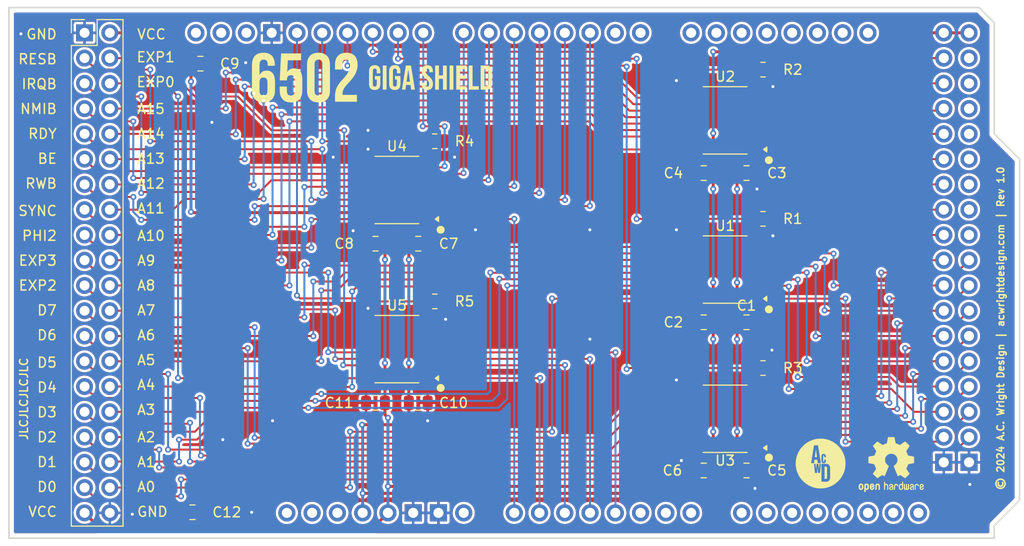
<source format=kicad_pcb>
(kicad_pcb (version 20241229) (generator "pcbnew") (generator_version "9.0")
  (title_block (title "6502 Giga Shield") (date "2024-06-12") (rev "1.0") (company "A.C. Wright Design"))
  (layers (0 "F.Cu" signal) (2 "B.Cu" signal) (13 "F.Paste" user) (15 "B.Paste" user) (5 "F.SilkS" user "F.Silkscreen") (7 "B.SilkS" user "B.Silkscreen") (1 "F.Mask" user) (3 "B.Mask" user) (25 "Edge.Cuts" user))
  (net 0 "")
  (net 2 "OE5_3V3")
  (net 5 "GND")
  (net 6 "A2_3V3")
  (net 8 "D6_3V3")
  (net 9 "A12_3V3")
  (net 10 "D3_3V3")
  (net 12 "RESB_3V3")
  (net 15 "5V")
  (net 17 "D5_3V3")
  (net 19 "A8_3V3")
  (net 20 "IRQB_3V3")
  (net 21 "RWB_3V3")
  (net 24 "SYNC_3V3")
  (net 25 "OE4_3V3")
  (net 27 "A1_3V3")
  (net 31 "A14_3V3")
  (net 32 "A13_3V3")
  (net 35 "3V3")
  (net 36 "EXP0_3V3")
  (net 38 "OE2_3V3")
  (net 41 "D4_3V3")
  (net 42 "EXP3_3V3")
  (net 43 "A10_3V3")
  (net 46 "A4_3V3")
  (net 48 "OE3_3V3")
  (net 49 "A15_3V3")
  (net 50 "PHI2_3V3")
  (net 51 "A9_3V3")
  (net 54 "A3_3V3")
  (net 56 "EXP2_3V3")
  (net 58 "D2_3V3")
  (net 59 "D0_3V3")
  (net 61 "OE1_3V3")
  (net 62 "A7_3V3")
  (net 63 "BE_3V3")
  (net 64 "RDY_3V3")
  (net 65 "A11_3V3")
  (net 68 "A0_3V3")
  (net 70 "D1_3V3")
  (net 71 "D7_3V3")
  (net 72 "A5_3V3")
  (net 73 "A6_3V3")
  (net 75 "EXP1_3V3")
  (net 79 "NMIB_3V3")
  (net 80 "EXP0")
  (net 81 "SYNC")
  (net 82 "D4")
  (net 83 "IRQB")
  (net 84 "A12")
  (net 85 "NMIB")
  (net 86 "A2")
  (net 87 "BE")
  (net 88 "A1")
  (net 89 "D6")
  (net 90 "A6")
  (net 91 "RESB")
  (net 92 "A8")
  (net 93 "D7")
  (net 94 "RDY")
  (net 95 "A0")
  (net 96 "D5")
  (net 97 "RWB")
  (net 98 "A4")
  (net 99 "D0")
  (net 100 "A9")
  (net 101 "D1")
  (net 102 "EXP3")
  (net 103 "D2")
  (net 104 "A3")
  (net 105 "D3")
  (net 106 "PHI2")
  (net 107 "A15")
  (net 108 "A13")
  (net 109 "A14")
  (net 110 "A11")
  (net 111 "EXP1")
  (net 112 "EXP2")
  (net 113 "A10")
  (net 114 "A7")
  (net 115 "A5")
  (footprint "Capacitor_SMD:C_0805_2012Metric" (layer "F.Cu") (at 107.45 112.4 180)
    (property "Reference" "C12")
    (property "Value" "100nF" (hide yes))
  )
  (footprint "A.C. Wright Logo:A.C. Wright Logo 5mm" (layer "F.Cu") (at 170.6 107.5)
    (property "Reference" "G***" (hide yes))
    (property "Value" "LOGO" (hide yes))
  )
  (footprint "Capacitor_SMD:C_0805_2012Metric" (layer "F.Cu") (at 130.15 101.4)
    (property "Reference" "C10")
    (property "Value" "100nF" (hide yes))
  )
  (footprint "Package_SO:TSSOP-20_4.4x6.5mm_P0.65mm" (layer "F.Cu") (at 128 80 180)
    (property "Reference" "U4")
    (property "Value" "TXS0108EPW" (hide yes))
  )
  (footprint "Package_SO:TSSOP-20_4.4x6.5mm_P0.65mm" (layer "F.Cu") (at 161 88 180)
    (property "Reference" "U1")
    (property "Value" "TXS0108EPW" (hide yes))
  )
  (footprint "Capacitor_SMD:C_0805_2012Metric" (layer "F.Cu") (at 163.15 93.3)
    (property "Reference" "C1")
    (property "Value" "100nF" (hide yes))
  )
  (footprint "Package_SO:TSSOP-20_4.4x6.5mm_P0.65mm" (layer "F.Cu") (at 161 103 180)
    (property "Reference" "U3")
    (property "Value" "TXS0108EPW" (hide yes))
  )
  (footprint "Connector_PinHeader_2.54mm:PinHeader_2x20_P2.54mm_Vertical" (layer "F.Cu") (at 96.6 64.2)
    (property "Reference" "J1" (hide yes))
    (property "Value" "6502 Bus" (hide yes))
  )
  (footprint "Capacitor_SMD:C_0805_2012Metric" (layer "F.Cu") (at 158.85 93.3)
    (property "Reference" "C2")
    (property "Value" "100nF" (hide yes))
  )
  (footprint "6502 Parts:Arduino Giga R1 WiFi Shield" (layer "F.Cu") (at 89 115)
    (property "Reference" "A1" (hide yes))
    (property "Value" "Arduino_Giga_R1_WiFi_Shield" (hide yes))
    (fp_line (start 0 -53.34) (end 0 0) (stroke (width 0.15)) (layer "Edge.Cuts"))
    (fp_line (start 0 -53.34) (end 97.536 -53.34) (stroke (width 0.15)) (layer "Edge.Cuts"))
    (fp_line (start 0 0) (end 99.06 0) (stroke (width 0.15)) (layer "Edge.Cuts"))
    (fp_line (start 97.536 -53.34) (end 99.06 -51.816) (stroke (width 0.15)) (layer "Edge.Cuts"))
    (fp_line (start 99.06 -40.64) (end 99.06 -51.816) (stroke (width 0.15)) (layer "Edge.Cuts"))
    (fp_line (start 99.06 -1.27) (end 101.6 -3.81) (stroke (width 0.15)) (layer "Edge.Cuts"))
    (fp_line (start 99.06 0) (end 99.06 -1.27) (stroke (width 0.15)) (layer "Edge.Cuts"))
    (fp_line (start 101.6 -38.1) (end 99.06 -40.64) (stroke (width 0.15)) (layer "Edge.Cuts"))
    (fp_line (start 101.6 -3.81) (end 101.6 -38.1) (stroke (width 0.15)) (layer "Edge.Cuts"))
  )
  (footprint "Resistor_SMD:R_0805_2012Metric" (layer "F.Cu") (at 131.8125 91.2)
    (property "Reference" "R5")
    (property "Value" "100K" (hide yes))
  )
  (footprint "Capacitor_SMD:C_0805_2012Metric" (layer "F.Cu") (at 163.15 108.2)
    (property "Reference" "C5")
    (property "Value" "100nF" (hide yes))
  )
  (footprint "Capacitor_SMD:C_0805_2012Metric" (layer "F.Cu") (at 125.85 85.4)
    (property "Reference" "C8")
    (property "Value" "100nF" (hide yes))
  )
  (footprint "Package_SO:TSSOP-20_4.4x6.5mm_P0.65mm" (layer "F.Cu") (at 128 96 180)
    (property "Reference" "U5")
    (property "Value" "TXS0108EPW" (hide yes))
  )
  (footprint "Capacitor_SMD:C_0805_2012Metric" (layer "F.Cu") (at 158.85 78.3)
    (property "Reference" "C4")
    (property "Value" "100nF" (hide yes))
  )
  (footprint "Capacitor_SMD:C_0805_2012Metric" (layer "F.Cu") (at 163.15 78.3)
    (property "Reference" "C3")
    (property "Value" "100nF" (hide yes))
  )
  (footprint "Resistor_SMD:R_0805_2012Metric" (layer "F.Cu") (at 164.8125 97.9)
    (property "Reference" "R3")
    (property "Value" "100K" (hide yes))
  )
  (footprint "Capacitor_SMD:C_0805_2012Metric" (layer "F.Cu") (at 125.85 101.4)
    (property "Reference" "C11")
    (property "Value" "100nF" (hide yes))
  )
  (footprint "6502 Logos:6502 Giga Shield Logo 5mm" (layer "F.Cu") (at 128.417999 68.699939)
    (property "Reference" "G***" (hide yes))
    (property "Value" "LOGO" (hide yes))
  )
  (footprint "Resistor_SMD:R_0805_2012Metric" (layer "F.Cu") (at 164.8125 67.9)
    (property "Reference" "R2")
    (property "Value" "100K" (hide yes))
  )
  (footprint "Package_SO:TSSOP-20_4.4x6.5mm_P0.65mm" (layer "F.Cu") (at 161 73 180)
    (property "Reference" "U2")
    (property "Value" "TXS0108EPW" (hide yes))
  )
  (footprint "Resistor_SMD:R_0805_2012Metric" (layer "F.Cu") (at 164.8125 82.9)
    (property "Reference" "R1")
    (property "Value" "100K" (hide yes))
  )
  (footprint "Capacitor_SMD:C_0805_2012Metric" (layer "F.Cu") (at 108.25 67.3)
    (property "Reference" "C9")
    (property "Value" "100nF" (hide yes))
  )
  (footprint "Capacitor_SMD:C_0805_2012Metric" (layer "F.Cu") (at 158.85 108.2)
    (property "Reference" "C6")
    (property "Value" "100nF" (hide yes))
  )
  (footprint "Symbol:OSHW-Logo2_7.3x6mm_SilkScreen" (layer "F.Cu") (at 177.7 107.6)
    (property "Reference" "REF**" (hide yes))
    (property "Value" "OSHW-Logo2_7.3x6mm_SilkScreen" (hide yes))
  )
  (footprint "Capacitor_SMD:C_0805_2012Metric" (layer "F.Cu") (at 130.15 85.4)
    (property "Reference" "C7")
    (property "Value" "100nF" (hide yes))
  )
  (footprint "Resistor_SMD:R_0805_2012Metric" (layer "F.Cu") (at 131.8125 75.1)
    (property "Reference" "R4")
    (property "Value" "100K" (hide yes))
  )
  (gr_circle (center 165.4 106.9) (end 165.6 106.9) (stroke (width 0.4)) (fill no) (layer "F.SilkS"))
  (gr_circle (center 132.4 99.9) (end 132.6 99.9) (stroke (width 0.4)) (fill no) (layer "F.SilkS"))
  (gr_circle (center 132.4 84) (end 132.6 84) (stroke (width 0.4)) (fill no) (layer "F.SilkS"))
  (gr_circle (center 165.4 77) (end 165.6 77) (stroke (width 0.4)) (fill no) (layer "F.SilkS"))
  (gr_circle (center 165.4 92) (end 165.6 92) (stroke (width 0.4)) (fill no) (layer "F.SilkS"))
  (gr_text "RWB" (at 93.9 79.35 0) (layer "F.SilkS") (effects (font (size 1 1)) (justify right)))
  (gr_text "RESB" (at 93.9 66.85 0) (layer "F.SilkS") (effects (font (size 1 1)) (justify right)))
  (gr_text "JLCJLCJLCJLC" (at 90.5 101 90) (layer "F.SilkS") (effects (font (size 0.8 0.8))))
  (gr_text "A1" (at 101.8 107.35 0) (layer "F.SilkS") (effects (font (size 1 1)) (justify left)))
  (gr_text "SYNC" (at 93.9 82.1 0) (layer "F.SilkS") (effects (font (size 1 1)) (justify right)))
  (gr_text "GND\n" (at 101.8 112.35 0) (layer "F.SilkS") (effects (font (size 1 1)) (justify left)))
  (gr_text "A9" (at 101.8 87.1 0) (layer "F.SilkS") (effects (font (size 1 1)) (justify left)))
  (gr_text "BE" (at 93.9 76.85 0) (layer "F.SilkS") (effects (font (size 1 1)) (justify right)))
  (gr_text "© 2024 A.C. Wright Design | acwrightdesign.com | Rev 1.0" (at 188.7 93.9 90) (layer "F.SilkS") (effects (font (size 0.7 0.7))))
  (gr_text "A11" (at 101.8 81.85 0) (layer "F.SilkS") (effects (font (size 1 1)) (justify left)))
  (gr_text "A5" (at 101.8 97.1 0) (layer "F.SilkS") (effects (font (size 1 1)) (justify left)))
  (gr_text "A10" (at 101.8 84.6 0) (layer "F.SilkS") (effects (font (size 1 1)) (justify left)))
  (gr_text "D4" (at 93.9 99.85 0) (layer "F.SilkS") (effects (font (size 1 1)) (justify right)))
  (gr_text "EXP1" (at 101.75 66.65 0) (layer "F.SilkS") (effects (font (size 1 1)) (justify left)))
  (gr_text "A8" (at 101.8 89.6 0) (layer "F.SilkS") (effects (font (size 1 1)) (justify left)))
  (gr_text "RDY" (at 93.9 74.35 0) (layer "F.SilkS") (effects (font (size 1 1)) (justify right)))
  (gr_text "D3" (at 93.9 102.35 0) (layer "F.SilkS") (effects (font (size 1 1)) (justify right)))
  (gr_text "EXP0" (at 101.75 69.15 0) (layer "F.SilkS") (effects (font (size 1 1)) (justify left)))
  (gr_text "D5" (at 93.9 97.35 0) (layer "F.SilkS") (effects (font (size 1 1)) (justify right)))
  (gr_text "A12" (at 101.8 79.35 0) (layer "F.SilkS") (effects (font (size 1 1)) (justify left)))
  (gr_text "A14" (at 101.8 74.35 0) (layer "F.SilkS") (effects (font (size 1 1)) (justify left)))
  (gr_text "A0" (at 101.8 109.85 0) (layer "F.SilkS") (effects (font (size 1 1)) (justify left)))
  (gr_text "IRQB" (at 93.9 69.35 0) (layer "F.SilkS") (effects (font (size 1 1)) (justify right)))
  (gr_text "D7" (at 93.9 92.1 0) (layer "F.SilkS") (effects (font (size 1 1)) (justify right)))
  (gr_text "EXP2" (at 93.9 89.6 0) (layer "F.SilkS") (effects (font (size 1 1)) (justify right)))
  (gr_text "D6" (at 93.9 94.6 0) (layer "F.SilkS") (effects (font (size 1 1)) (justify right)))
  (gr_text "D1" (at 93.9 107.35 0) (layer "F.SilkS") (effects (font (size 1 1)) (justify right)))
  (gr_text "VCC" (at 101.8 64.35 0) (layer "F.SilkS") (effects (font (size 1 1)) (justify left)))
  (gr_text "A13" (at 101.8 76.85 0) (layer "F.SilkS") (effects (font (size 1 1)) (justify left)))
  (gr_text "D0" (at 93.9 109.85 0) (layer "F.SilkS") (effects (font (size 1 1)) (justify right)))
  (gr_text "A15" (at 101.8 71.85 0) (layer "F.SilkS") (effects (font (size 1 1)) (justify left)))
  (gr_text "D2" (at 93.9 104.85 0) (layer "F.SilkS") (effects (font (size 1 1)) (justify right)))
  (gr_text "A6" (at 101.8 94.6 0) (layer "F.SilkS") (effects (font (size 1 1)) (justify left)))
  (gr_text "A3" (at 101.8 102.1 0) (layer "F.SilkS") (effects (font (size 1 1)) (justify left)))
  (gr_text "NMIB" (at 93.9 71.85 0) (layer "F.SilkS") (effects (font (size 1 1)) (justify right)))
  (gr_text "VCC" (at 93.9 112.35 0) (layer "F.SilkS") (effects (font (size 1 1)) (justify right)))
  (gr_text "A2" (at 101.8 104.85 0) (layer "F.SilkS") (effects (font (size 1 1)) (justify left)))
  (gr_text "A7" (at 101.8 92.1 0) (layer "F.SilkS") (effects (font (size 1 1)) (justify left)))
  (gr_text "EXP3" (at 93.9 87.1 0) (layer "F.SilkS") (effects (font (size 1 1)) (justify right)))
  (gr_text "GND\n" (at 93.9 64.35 0) (layer "F.SilkS") (effects (font (size 1 1)) (justify right)))
  (gr_text "PHI2" (at 93.9 84.6 0) (layer "F.SilkS") (effects (font (size 1 1)) (justify right)))
  (gr_text "A4" (at 101.8 99.6 0) (layer "F.SilkS") (effects (font (size 1 1)) (justify left)))
  (segment (start 124.5 90.9) (end 124.8 91.2) (width 0.2) (layer "F.Cu") (net 2))
  (segment (start 130.8 91.2) (end 130.8 93.0125) (width 0.2) (layer "F.Cu") (net 2))
  (segment (start 130.7 91.2) (end 130.9 91) (width 0.2) (layer "F.Cu") (net 2))
  (segment (start 118.256 90.9) (end 124.5 90.9) (width 0.2) (layer "F.Cu") (net 2))
  (segment (start 117.956 90.6) (end 118.256 90.9) (width 0.2) (layer "F.Cu") (net 2))
  (segment (start 130.8 93.0125) (end 130.8625 93.075) (width 0.2) (layer "F.Cu") (net 2))
  (segment (start 131 91) (end 130.8 91.2) (width 0.2) (layer "F.Cu") (net 2))
  (segment (start 124.8 91.2) (end 130.7 91.2) (width 0.2) (layer "F.Cu") (net 2))
  (via (at 117.956 90.6) (size 0.6) (drill 0.3) (layers "F.Cu" "B.Cu") (net 2))
  (segment (start 117.956 90.6) (end 117.956 64.2) (width 0.2) (layer "B.Cu") (net 2))
  (via (at 123.6 84.1) (size 0.6) (drill 0.3) (layers "F.Cu" "B.Cu") (net 5))
  (via (at 90.2 64.3) (size 0.6) (drill 0.3) (layers "F.Cu" "B.Cu") (net 5))
  (via (at 156.1 84) (size 0.6) (drill 0.3) (layers "F.Cu" "B.Cu") (net 5))
  (via (at 164.2 79.9) (size 0.6) (drill 0.3) (layers "F.Cu" "B.Cu") (net 5))
  (via (at 110.5 105.1) (size 0.6) (drill 0.3) (layers "F.Cu" "B.Cu") (net 5))
  (via (at 135.9 84) (size 0.6) (drill 0.3) (layers "F.Cu" "B.Cu") (net 5))
  (via (at 113.4 112.4) (size 0.6) (drill 0.3) (layers "F.Cu" "B.Cu") (net 5))
  (via (at 115.5 103.2) (size 0.6) (drill 0.3) (layers "F.Cu" "B.Cu") (net 5))
  (via (at 132.9 93) (size 0.6) (drill 0.3) (layers "F.Cu" "B.Cu") (net 5))
  (via (at 156.6 107.2) (size 0.6) (drill 0.3) (layers "F.Cu" "B.Cu") (net 5))
  (via (at 121.6 76.7) (size 0.6) (drill 0.3) (layers "F.Cu" "B.Cu") (net 5))
  (via (at 131.1 103.2) (size 0.6) (drill 0.3) (layers "F.Cu" "B.Cu") (net 5))
  (via (at 112.8 67.2) (size 0.6) (drill 0.3) (layers "F.Cu" "B.Cu") (net 5))
  (via (at 109.4 73.2) (size 0.6) (drill 0.3) (layers "F.Cu" "B.Cu") (net 5))
  (via (at 165.8 84.6) (size 0.6) (drill 0.3) (layers "F.Cu" "B.Cu") (net 5))
  (via (at 164 110) (size 0.6) (drill 0.3) (layers "F.Cu" "B.Cu") (net 5))
  (via (at 101.4 112.6) (size 0.6) (drill 0.3) (layers "F.Cu" "B.Cu") (net 5))
  (via (at 125.1 75.9) (size 0.6) (drill 0.3) (layers "F.Cu" "B.Cu") (net 5))
  (via (at 156.1 69) (size 0.6) (drill 0.3) (layers "F.Cu" "B.Cu") (net 5))
  (via (at 185.6 109.6) (size 0.6) (drill 0.3) (layers "F.Cu" "B.Cu") (net 5))
  (via (at 133.8 76.7) (size 0.6) (drill 0.3) (layers "F.Cu" "B.Cu") (net 5))
  (via (at 125.1 91.9) (size 0.6) (drill 0.3) (layers "F.Cu" "B.Cu") (net 5))
  (via (at 156.1 99.1) (size 0.6) (drill 0.3) (layers "F.Cu" "B.Cu") (net 5))
  (via (at 165.7 96.1) (size 0.6) (drill 0.3) (layers "F.Cu" "B.Cu") (net 5))
  (via (at 125.1 74) (size 0.6) (drill 0.3) (layers "F.Cu" "B.Cu") (net 5))
  (via (at 165.8 69.6) (size 0.6) (drill 0.3) (layers "F.Cu" "B.Cu") (net 5))
  (via (at 147.4 95) (size 0.6) (drill 0.3) (layers "F.Cu" "B.Cu") (net 5))
  (via (at 147.4 84) (size 0.6) (drill 0.3) (layers "F.Cu" "B.Cu") (net 5))
  (segment (start 182.98 99.76) (end 178.56 99.76) (width 0.2) (layer "F.Cu") (net 6))
  (segment (start 177.6 98.8) (end 168.3 98.8) (width 0.2) (layer "F.Cu") (net 6))
  (segment (start 168.3 89) (end 167.9 89) (width 0.2) (layer "F.Cu") (net 6))
  (segment (start 167.875 88.975) (end 163.8625 88.975) (width 0.2) (layer "F.Cu") (net 6))
  (segment (start 178.56 99.76) (end 177.6 98.8) (width 0.2) (layer "F.Cu") (net 6))
  (segment (start 167.9 89) (end 167.875 88.975) (width 0.2) (layer "F.Cu") (net 6))
  (via (at 168.3 98.8) (size 0.6) (drill 0.3) (layers "F.Cu" "B.Cu") (net 6))
  (via (at 168.3 89) (size 0.6) (drill 0.3) (layers "F.Cu" "B.Cu") (net 6))
  (segment (start 168.3 98.8) (end 168.3 89) (width 0.2) (layer "B.Cu") (net 6))
  (segment (start 184.22 90.9) (end 185.52 89.6) (width 0.2) (layer "F.Cu") (net 8))
  (segment (start 177.5 90.9) (end 184.22 90.9) (width 0.2) (layer "F.Cu") (net 8))
  (segment (start 163.8625 101.375) (end 177.475 101.375) (width 0.2) (layer "F.Cu") (net 8))
  (segment (start 177.475 101.375) (end 177.5 101.4) (width 0.2) (layer "F.Cu") (net 8))
  (via (at 177.5 101.4) (size 0.6) (drill 0.3) (layers "F.Cu" "B.Cu") (net 8))
  (via (at 177.5 90.9) (size 0.6) (drill 0.3) (layers "F.Cu" "B.Cu") (net 8))
  (segment (start 177.5 101.4) (end 177.5 90.9) (width 0.2) (layer "B.Cu") (net 8))
  (segment (start 169.275 72.675) (end 170.96 74.36) (width 0.2) (layer "F.Cu") (net 9))
  (segment (start 170.96 74.36) (end 182.98 74.36) (width 0.2) (layer "F.Cu") (net 9))
  (segment (start 163.8625 72.675) (end 169.275 72.675) (width 0.2) (layer "F.Cu") (net 9))
  (segment (start 179.875 103.325) (end 179.9 103.3) (width 0.2) (layer "F.Cu") (net 10))
  (segment (start 163.8625 103.325) (end 179.875 103.325) (width 0.2) (layer "F.Cu") (net 10))
  (segment (start 179.9 98.5) (end 184.24 98.5) (width 0.2) (layer "F.Cu") (net 10))
  (segment (start 184.24 98.5) (end 185.52 97.22) (width 0.2) (layer "F.Cu") (net 10))
  (via (at 179.9 103.3) (size 0.6) (drill 0.3) (layers "F.Cu" "B.Cu") (net 10))
  (via (at 179.9 98.5) (size 0.6) (drill 0.3) (layers "F.Cu" "B.Cu") (net 10))
  (segment (start 179.9 103.3) (end 179.9 98.5) (width 0.2) (layer "B.Cu") (net 10))
  (segment (start 144.875 80.975) (end 144.9 81) (width 0.2) (layer "F.Cu") (net 12))
  (segment (start 130.8625 80.975) (end 144.875 80.975) (width 0.2) (layer "F.Cu") (net 12))
  (via (at 144.9 81) (size 0.6) (drill 0.3) (layers "F.Cu" "B.Cu") (net 12))
  (segment (start 144.9 81) (end 144.88 80.98) (width 0.2) (layer "B.Cu") (net 12))
  (segment (start 144.88 80.98) (end 144.88 64.2) (width 0.2) (layer "B.Cu") (net 12))
  (segment (start 182.98 64.2) (end 179.4 64.2) (width 0.3) (layer "F.Cu") (net 15))
  (segment (start 125.1375 82.275) (end 126.375 82.275) (width 0.3) (layer "F.Cu") (net 15))
  (segment (start 126.8 85.4) (end 126.8 87) (width 0.3) (layer "F.Cu") (net 15))
  (segment (start 126.8 97.4) (end 126.8 98.6) (width 0.3) (layer "F.Cu") (net 15))
  (segment (start 126.8 82.7) (end 126.8 85.4) (width 0.3) (layer "F.Cu") (net 15))
  (segment (start 159.775 75.275) (end 158.1375 75.275) (width 0.3) (layer "F.Cu") (net 15))
  (segment (start 126.8 102.6) (end 126.8 101.4) (width 0.3) (layer "F.Cu") (net 15))
  (segment (start 159.8 105.3) (end 159.775 105.275) (width 0.3) (layer "F.Cu") (net 15))
  (segment (start 179.4 64.2) (end 177.5 66.1) (width 0.3) (layer "F.Cu") (net 15))
  (segment (start 159.8 78.3) (end 159.8 75.7) (width 0.3) (layer "F.Cu") (net 15))
  (segment (start 126.8 101.4) (end 126.8 98.6) (width 0.3) (layer "F.Cu") (net 15))
  (segment (start 159.8 93.3) (end 159.8 95) (width 0.3) (layer "F.Cu") (net 15))
  (segment (start 126.375 82.275) (end 126.8 82.7) (width 0.3) (layer "F.Cu") (net 15))
  (segment (start 159.8 104.3) (end 159.8 105.6) (width 0.3) (layer "F.Cu") (net 15))
  (segment (start 159.8 105.6) (end 159.8 105.3) (width 0.3) (layer "F.Cu") (net 15))
  (segment (start 106.5 113.9) (end 106.8 113.9) (width 0.3) (layer "F.Cu") (net 15))
  (segment (start 159.8 89.3) (end 159.8 90.6) (width 0.3) (layer "F.Cu") (net 15))
  (segment (start 177.5 66.1) (end 177.1 66.1) (width 0.3) (layer "F.Cu") (net 15))
  (segment (start 159.8 78.3) (end 159.8 79.9) (width 0.3) (layer "F.Cu") (net 15))
  (segment (start 159.5 109.8) (end 127.1 109.8) (width 0.3) (layer "F.Cu") (net 15))
  (segment (start 159.8 93.3) (end 159.8 90.6) (width 0.3) (layer "F.Cu") (net 15))
  (segment (start 159.8 108.2) (end 159.8 109.5) (width 0.3) (layer "F.Cu") (net 15))
  (segment (start 107.3 67.3) (end 107.3 69.1) (width 0.3) (layer "F.Cu") (net 15))
  (segment (start 159.8 108.2) (end 159.8 105.6) (width 0.3) (layer "F.Cu") (net 15))
  (segment (start 106 67.3) (end 107.3 67.3) (width 0.3) (layer "F.Cu") (net 15))
  (segment (start 159.8 75.3) (end 159.775 75.275) (width 0.3) (layer "F.Cu") (net 15))
  (segment (start 102.9 64.2) (end 106 67.3) (width 0.3) (layer "F.Cu") (net 15))
  (segment (start 159.8 74.3) (end 159.8 75.7) (width 0.3) (layer "F.Cu") (net 15))
  (segment (start 126.8 98.3) (end 126.775 98.275) (width 0.3) (layer "F.Cu") (net 15))
  (segment (start 177.1 66.1) (end 159.8 66.1) (width 0.3) (layer "F.Cu") (net 15))
  (segment (start 107.375 82.275) (end 125.1375 82.275) (width 0.3) (layer "F.Cu") (net 15))
  (segment (start 126.775 98.275) (end 125.1375 98.275) (width 0.3) (layer "F.Cu") (net 15))
  (segment (start 159.8 75.7) (end 159.8 75.3) (width 0.3) (layer "F.Cu") (net 15))
  (segment (start 185.52 64.2) (end 182.98 64.2) (width 0.3) (layer "F.Cu") (net 15))
  (segment (start 159.8 90.6) (end 159.8 90.275) (width 0.3) (layer "F.Cu") (net 15))
  (segment (start 125.66 113.9) (end 127.1 112.46) (width 0.3) (layer "F.Cu") (net 15))
  (segment (start 106.5 112.4) (end 106.5 113.9) (width 0.3) (layer "F.Cu") (net 15))
  (segment (start 159.8 90.275) (end 158.1375 90.275) (width 0.3) (layer "F.Cu") (net 15))
  (segment (start 127.1 102.9) (end 126.8 102.6) (width 0.3) (layer "F.Cu") (net 15))
  (segment (start 107.3 82.2) (end 107.375 82.275) (width 0.3) (layer "F.Cu") (net 15))
  (segment (start 159.775 105.275) (end 158.1375 105.275) (width 0.3) (layer "F.Cu") (net 15))
  (segment (start 98.04 113.9) (end 106.8 113.9) (width 0.3) (layer "F.Cu") (net 15))
  (segment (start 96.6 112.46) (end 98.04 113.9) (width 0.3) (layer "F.Cu") (net 15))
  (segment (start 99.14 64.2) (end 102.9 64.2) (width 0.3) (layer "F.Cu") (net 15))
  (segment (start 159.8 109.5) (end 159.5 109.8) (width 0.3) (layer "F.Cu") (net 15))
  (segment (start 106.8 113.9) (end 125.66 113.9) (width 0.3) (layer "F.Cu") (net 15))
  (via (at 126.8 87) (size 0.6) (drill 0.3) (layers "F.Cu" "B.Cu") (net 15))
  (via (at 107.3 82.2) (size 0.6) (drill 0.3) (layers "F.Cu" "B.Cu") (net 15))
  (via (at 159.8 95) (size 0.6) (drill 0.3) (layers "F.Cu" "B.Cu") (net 15))
  (via (at 159.8 66.1) (size 0.6) (drill 0.3) (layers "F.Cu" "B.Cu") (net 15))
  (via (at 159.8 89.3) (size 0.6) (drill 0.3) (layers "F.Cu" "B.Cu") (net 15))
  (via (at 159.8 104.3) (size 0.6) (drill 0.3) (layers "F.Cu" "B.Cu") (net 15))
  (via (at 159.8 74.3) (size 0.6) (drill 0.3) (layers "F.Cu" "B.Cu") (net 15))
  (via (at 127.1 102.9) (size 0.6) (drill 0.3) (layers "F.Cu" "B.Cu") (net 15))
  (via (at 126.8 97.4) (size 0.6) (drill 0.3) (layers "F.Cu" "B.Cu") (net 15))
  (via (at 127.1 109.8) (size 0.6) (drill 0.3) (layers "F.Cu" "B.Cu") (net 15))
  (via (at 159.8 79.9) (size 0.6) (drill 0.3) (layers "F.Cu" "B.Cu") (net 15))
  (via (at 107.3 69.1) (size 0.6) (drill 0.3) (layers "F.Cu" "B.Cu") (net 15))
  (segment (start 127.1 112.46) (end 127.1 109.8) (width 0.3) (layer "B.Cu") (net 15))
  (segment (start 159.8 95) (end 159.8 104.3) (width 0.3) (layer "B.Cu") (net 15))
  (segment (start 107.3 69.1) (end 107.3 82.2) (width 0.3) (layer "B.Cu") (net 15))
  (segment (start 159.8 80.4) (end 159.8 89.3) (width 0.3) (layer "B.Cu") (net 15))
  (segment (start 126.8 87) (end 126.8 97.4) (width 0.3) (layer "B.Cu") (net 15))
  (segment (start 127.1 109.8) (end 127.1 102.9) (width 0.3) (layer "B.Cu") (net 15))
  (segment (start 159.8 66.1) (end 159.8 74.3) (width 0.3) (layer "B.Cu") (net 15))
  (segment (start 159.8 79.9) (end 159.8 80.4) (width 0.3) (layer "B.Cu") (net 15))
  (segment (start 178.3 93.4) (end 184.26 93.4) (width 0.2) (layer "F.Cu") (net 17))
  (segment (start 178.275 102.025) (end 178.3 102) (width 0.2) (layer "F.Cu") (net 17))
  (segment (start 163.8625 102.025) (end 178.275 102.025) (width 0.2) (layer "F.Cu") (net 17))
  (segment (start 184.26 93.4) (end 185.52 92.14) (width 0.2) (layer "F.Cu") (net 17))
  (via (at 178.3 102) (size 0.6) (drill 0.3) (layers "F.Cu" "B.Cu") (net 17))
  (via (at 178.3 93.4) (size 0.6) (drill 0.3) (layers "F.Cu" "B.Cu") (net 17))
  (segment (start 178.3 102) (end 178.3 93.4) (width 0.2) (layer "B.Cu") (net 17))
  (segment (start 167.225 75.925) (end 175.82 84.52) (width 0.2) (layer "F.Cu") (net 19))
  (segment (start 175.82 84.52) (end 182.98 84.52) (width 0.2) (layer "F.Cu") (net 19))
  (segment (start 163.8625 75.925) (end 167.225 75.925) (width 0.2) (layer "F.Cu") (net 19))
  (segment (start 130.8625 79.025) (end 137.175 79.025) (width 0.2) (layer "F.Cu") (net 20))
  (segment (start 137.175 79.025) (end 137.2 79) (width 0.2) (layer "F.Cu") (net 20))
  (via (at 137.2 79) (size 0.6) (drill 0.3) (layers "F.Cu" "B.Cu") (net 20))
  (segment (start 137.2 79) (end 137.26 78.94) (width 0.2) (layer "B.Cu") (net 20))
  (segment (start 137.26 78.94) (end 137.26 64.2) (width 0.2) (layer "B.Cu") (net 20))
  (segment (start 147.375 81.625) (end 147.4 81.6) (width 0.2) (layer "F.Cu") (net 21))
  (segment (start 130.8625 81.625) (end 147.375 81.625) (width 0.2) (layer "F.Cu") (net 21))
  (via (at 147.4 81.6) (size 0.6) (drill 0.3) (layers "F.Cu" "B.Cu") (net 21))
  (segment (start 147.42 81.58) (end 147.42 64.2) (width 0.2) (layer "B.Cu") (net 21))
  (segment (start 147.4 81.6) (end 147.42 81.58) (width 0.2) (layer "B.Cu") (net 21))
  (segment (start 139.725 79.675) (end 139.8 79.6) (width 0.2) (layer "F.Cu") (net 24))
  (segment (start 130.8625 79.675) (end 139.725 79.675) (width 0.2) (layer "F.Cu") (net 24))
  (via (at 139.8 79.6) (size 0.6) (drill 0.3) (layers "F.Cu" "B.Cu") (net 24))
  (segment (start 139.8 79.6) (end 139.8 64.2) (width 0.2) (layer "B.Cu") (net 24))
  (segment (start 130.9 77.0375) (end 130.8625 77.075) (width 0.2) (layer "F.Cu") (net 25))
  (segment (start 130.7 75.1) (end 130.9 74.9) (width 0.2) (layer "F.Cu") (net 25))
  (segment (start 130.9 75) (end 130.9 76.9375) (width 0.2) (layer "F.Cu") (net 25))
  (segment (start 130.9 76.9375) (end 130.8 77.0375) (width 0.2) (layer "F.Cu") (net 25))
  (segment (start 130.8 74.9) (end 130.9 75) (width 0.2) (layer "F.Cu") (net 25))
  (segment (start 120.5 75.1) (end 130.7 75.1) (width 0.2) (layer "F.Cu") (net 25))
  (via (at 120.5 75.1) (size 0.6) (drill 0.3) (layers "F.Cu" "B.Cu") (net 25))
  (segment (start 120.5 75.1) (end 120.496 75.096) (width 0.2) (layer "B.Cu") (net 25))
  (segment (start 120.496 75.096) (end 120.496 64.2) (width 0.2) (layer "B.Cu") (net 25))
  (segment (start 177.4 100) (end 167.4 100) (width 0.2) (layer "F.Cu") (net 27))
  (segment (start 180 102.3) (end 177.7 100) (width 0.2) (layer "F.Cu") (net 27))
  (segment (start 177.7 100) (end 177.4 100) (width 0.2) (layer "F.Cu") (net 27))
  (segment (start 167.325 89.625) (end 163.8625 89.625) (width 0.2) (layer "F.Cu") (net 27))
  (segment (start 182.98 102.3) (end 180 102.3) (width 0.2) (layer "F.Cu") (net 27))
  (segment (start 167.4 89.7) (end 167.325 89.625) (width 0.2) (layer "F.Cu") (net 27))
  (via (at 167.4 100) (size 0.6) (drill 0.3) (layers "F.Cu" "B.Cu") (net 27))
  (via (at 167.4 89.7) (size 0.6) (drill 0.3) (layers "F.Cu" "B.Cu") (net 27))
  (segment (start 167.4 100) (end 167.4 99.8) (width 0.2) (layer "B.Cu") (net 27))
  (segment (start 167.4 99.8) (end 167.4 89.7) (width 0.2) (layer "B.Cu") (net 27))
  (segment (start 171.22 69.28) (end 182.98 69.28) (width 0.2) (layer "F.Cu") (net 31))
  (segment (start 169.125 71.375) (end 171.22 69.28) (width 0.2) (layer "F.Cu") (net 31))
  (segment (start 163.8625 71.375) (end 169.125 71.375) (width 0.2) (layer "F.Cu") (net 31))
  (segment (start 163.8625 72.025) (end 182.775 72.025) (width 0.2) (layer "F.Cu") (net 32))
  (segment (start 182.775 72.025) (end 182.98 71.82) (width 0.2) (layer "F.Cu") (net 32))
  (segment (start 162.2 78.3) (end 162.2 75.6) (width 0.3) (layer "F.Cu") (net 35))
  (segment (start 162.225 105.275) (end 163.8625 105.275) (width 0.3) (layer "F.Cu") (net 35))
  (segment (start 162.2 75.6) (end 162.525 75.275) (width 0.3) (layer "F.Cu") (net 35))
  (segment (start 161.9 110.5) (end 124.56 110.5) (width 0.3) (layer "F.Cu") (net 35))
  (segment (start 162.2 93.3) (end 162.2 95) (width 0.3) (layer "F.Cu") (net 35))
  (segment (start 162.2 108.2) (end 162.2 105.6) (width 0.3) (layer "F.Cu") (net 35))
  (segment (start 129.2 97.4) (end 129.2 98.6) (width 0.3) (layer "F.Cu") (net 35))
  (segment (start 129.2 101.4) (end 129.2 98.6) (width 0.3) (layer "F.Cu") (net 35))
  (segment (start 162.525 75.275) (end 163.8625 75.275) (width 0.3) (layer "F.Cu") (net 35))
  (segment (start 162.2 104.3) (end 162.2 105.6) (width 0.3) (layer "F.Cu") (net 35))
  (segment (start 162.2 110.2) (end 161.9 110.5) (width 0.3) (layer "F.Cu") (net 35))
  (segment (start 128.6 103.6) (end 129.2 103) (width 0.3) (layer "F.Cu") (net 35))
  (segment (start 124.5 103.6) (end 128.6 103.6) (width 0.3) (layer "F.Cu") (net 35))
  (segment (start 129.2 85.4) (end 129.2 87) (width 0.3) (layer "F.Cu") (net 35))
  (segment (start 162.2 78.3) (end 162.2 79.9) (width 0.3) (layer "F.Cu") (net 35))
  (segment (start 129.2 85.4) (end 129.2 82.7) (width 0.3) (layer "F.Cu") (net 35))
  (segment (start 162.2 108.2) (end 162.2 110.2) (width 0.3) (layer "F.Cu") (net 35))
  (segment (start 162.2 89.3) (end 162.2 90.6) (width 0.3) (layer "F.Cu") (net 35))
  (segment (start 162.225 90.275) (end 163.8625 90.275) (width 0.3) (layer "F.Cu") (net 35))
  (segment (start 162.2 90.3) (end 162.225 90.275) (width 0.3) (layer "F.Cu") (net 35))
  (segment (start 129.2 103) (end 129.2 101.4) (width 0.3) (layer "F.Cu") (net 35))
  (segment (start 129.2 98.275) (end 130.8625 98.275) (width 0.3) (layer "F.Cu") (net 35))
  (segment (start 129.625 82.275) (end 130.8625 82.275) (width 0.3) (layer "F.Cu") (net 35))
  (segment (start 129.2 82.7) (end 129.625 82.275) (width 0.3) (layer "F.Cu") (net 35))
  (segment (start 162.2 105.3) (end 162.225 105.275) (width 0.3) (layer "F.Cu") (net 35))
  (segment (start 162.2 93.3) (end 162.2 90.6) (width 0.3) (layer "F.Cu") (net 35))
  (via (at 162.2 95) (size 0.6) (drill 0.3) (layers "F.Cu" "B.Cu") (net 35))
  (via (at 124.56 110.5) (size 0.6) (drill 0.3) (layers "F.Cu" "B.Cu") (net 35))
  (via (at 162.2 89.3) (size 0.6) (drill 0.3) (layers "F.Cu" "B.Cu") (net 35))
  (via (at 129.2 97.4) (size 0.6) (drill 0.3) (layers "F.Cu" "B.Cu") (net 35))
  (via (at 129.2 87) (size 0.6) (drill 0.3) (layers "F.Cu" "B.Cu") (net 35))
  (via (at 124.5 103.6) (size 0.6) (drill 0.3) (layers "F.Cu" "B.Cu") (net 35))
  (via (at 162.2 79.9) (size 0.6) (drill 0.3) (layers "F.Cu" "B.Cu") (net 35))
  (via (at 162.2 104.3) (size 0.6) (drill 0.3) (layers "F.Cu" "B.Cu") (net 35))
  (segment (start 129.2 87) (end 129.2 97.4) (width 0.3) (layer "B.Cu") (net 35))
  (segment (start 124.56 112.46) (end 124.56 110.5) (width 0.3) (layer "B.Cu") (net 35))
  (segment (start 124.56 103.66) (end 124.56 110.5) (width 0.3) (layer "B.Cu") (net 35))
  (segment (start 162.2 95.4) (end 162.2 104.3) (width 0.3) (layer "B.Cu") (net 35))
  (segment (start 124.5 103.6) (end 124.56 103.66) (width 0.3) (layer "B.Cu") (net 35))
  (segment (start 162.2 95) (end 162.2 95.4) (width 0.3) (layer "B.Cu") (net 35))
  (segment (start 162.2 79.9) (end 162.2 89.3) (width 0.3) (layer "B.Cu") (net 35))
  (segment (start 142.375 98.925) (end 142.4 98.9) (width 0.2) (layer "F.Cu") (net 36))
  (segment (start 130.8625 98.925) (end 142.375 98.925) (width 0.2) (layer "F.Cu") (net 36))
  (via (at 142.4 98.9) (size 0.6) (drill 0.3) (layers "F.Cu" "B.Cu") (net 36))
  (segment (start 142.34 98.96) (end 142.34 112.46) (width 0.2) (layer "B.Cu") (net 36))
  (segment (start 142.4 98.9) (end 142.34 98.96) (width 0.2) (layer "B.Cu") (net 36))
  (segment (start 163.9 67.9) (end 163.9 68) (width 0.2) (layer "F.Cu") (net 38))
  (segment (start 163.9 68) (end 163.8625 68.0375) (width 0.2) (layer "F.Cu") (net 38))
  (segment (start 163.8625 68.0375) (end 163.8625 70.075) (width 0.2) (layer "F.Cu") (net 38))
  (segment (start 157.5 66.1) (end 159.3 67.9) (width 0.2) (layer "F.Cu") (net 38))
  (segment (start 125.576 66.1) (end 157.5 66.1) (width 0.2) (layer "F.Cu") (net 38))
  (segment (start 159.3 67.9) (end 163.9 67.9) (width 0.2) (layer "F.Cu") (net 38))
  (via (at 125.576 66.1) (size 0.6) (drill 0.3) (layers "F.Cu" "B.Cu") (net 38))
  (segment (start 125.576 66.1) (end 125.576 64.2) (width 0.2) (layer "B.Cu") (net 38))
  (segment (start 179.075 102.675) (end 179.1 102.7) (width 0.2) (layer "F.Cu") (net 41))
  (segment (start 184.3 95.9) (end 185.52 94.68) (width 0.2) (layer "F.Cu") (net 41))
  (segment (start 163.8625 102.675) (end 179.075 102.675) (width 0.2) (layer "F.Cu") (net 41))
  (segment (start 179.1 95.9) (end 184.3 95.9) (width 0.2) (layer "F.Cu") (net 41))
  (via (at 179.1 95.9) (size 0.6) (drill 0.3) (layers "F.Cu" "B.Cu") (net 41))
  (via (at 179.1 102.7) (size 0.6) (drill 0.3) (layers "F.Cu" "B.Cu") (net 41))
  (segment (start 179.1 102.7) (end 179.1 95.9) (width 0.2) (layer "B.Cu") (net 41))
  (segment (start 149.975 96.325) (end 130.8625 96.325) (width 0.2) (layer "F.Cu") (net 42))
  (via (at 149.975 96.325) (size 0.6) (drill 0.3) (layers "F.Cu" "B.Cu") (net 42))
  (segment (start 149.975 96.325) (end 149.975 112.445) (width 0.2) (layer "B.Cu") (net 42))
  (segment (start 149.975 112.445) (end 149.96 112.46) (width 0.2) (layer "B.Cu") (net 42))
  (segment (start 173.34 79.44) (end 182.98 79.44) (width 0.2) (layer "F.Cu") (net 43))
  (segment (start 163.8625 73.975) (end 167.875 73.975) (width 0.2) (layer "F.Cu") (net 43))
  (segment (start 167.875 73.975) (end 173.34 79.44) (width 0.2) (layer "F.Cu") (net 43))
  (segment (start 170.1 87.7) (end 170.075 87.675) (width 0.2) (layer "F.Cu") (net 46))
  (segment (start 170.075 87.675) (end 163.8625 87.675) (width 0.2) (layer "F.Cu") (net 46))
  (segment (start 170.12 94.68) (end 170.1 94.7) (width 0.2) (layer "F.Cu") (net 46))
  (segment (start 182.98 94.68) (end 170.02 94.68) (width 0.2) (layer "F.Cu") (net 46))
  (via (at 170.1 94.7) (size 0.6) (drill 0.3) (layers "F.Cu" "B.Cu") (net 46))
  (via (at 170.1 87.7) (size 0.6) (drill 0.3) (layers "F.Cu" "B.Cu") (net 46))
  (segment (start 170.1 94.7) (end 170.1 87.7) (width 0.2) (layer "B.Cu") (net 46))
  (segment (start 163.8625 98.0375) (end 163.8625 100.075) (width 0.2) (layer "F.Cu") (net 48))
  (segment (start 151.2 97.9) (end 163.9 97.9) (width 0.2) (layer "F.Cu") (net 48))
  (segment (start 123.036 67.5) (end 151 67.5) (width 0.2) (layer "F.Cu") (net 48))
  (segment (start 151.1 98) (end 151.2 97.9) (width 0.2) (layer "F.Cu") (net 48))
  (segment (start 164 97.9) (end 163.8625 98.0375) (width 0.2) (layer "F.Cu") (net 48))
  (segment (start 151 67.5) (end 151.1 67.6) (width 0.2) (layer "F.Cu") (net 48))
  (via (at 151.1 98) (size 0.6) (drill 0.3) (layers "F.Cu" "B.Cu") (net 48))
  (via (at 151.1 67.6) (size 0.6) (drill 0.3) (layers "F.Cu" "B.Cu") (net 48))
  (via (at 123.036 67.5) (size 0.6) (drill 0.3) (layers "F.Cu" "B.Cu") (net 48))
  (segment (start 151.1 67.6) (end 151.1 98) (width 0.2) (layer "B.Cu") (net 48))
  (segment (start 123.036 67.5) (end 123.036 64.2) (width 0.2) (layer "B.Cu") (net 48))
  (segment (start 163.8625 70.725) (end 168.375 70.725) (width 0.2) (layer "F.Cu") (net 49))
  (segment (start 179.66 66.74) (end 182.98 66.74) (width 0.2) (layer "F.Cu") (net 49))
  (segment (start 178.1 68.3) (end 179.66 66.74) (width 0.2) (layer "F.Cu") (net 49))
  (segment (start 170.8 68.3) (end 178.1 68.3) (width 0.2) (layer "F.Cu") (net 49))
  (segment (start 168.375 70.725) (end 170.8 68.3) (width 0.2) (layer "F.Cu") (net 49))
  (segment (start 139.775 82.925) (end 139.8 82.9) (width 0.2) (layer "F.Cu") (net 50))
  (segment (start 130.8625 82.925) (end 139.775 82.925) (width 0.2) (layer "F.Cu") (net 50))
  (via (at 139.8 82.9) (size 0.6) (drill 0.3) (layers "F.Cu" "B.Cu") (net 50))
  (segment (start 139.8 82.9) (end 139.8 112.46) (width 0.2) (layer "B.Cu") (net 50))
  (segment (start 174.58 81.98) (end 182.98 81.98) (width 0.2) (layer "F.Cu") (net 51))
  (segment (start 167.225 74.625) (end 174.58 81.98) (width 0.2) (layer "F.Cu") (net 51))
  (segment (start 163.8625 74.625) (end 167.225 74.625) (width 0.2) (layer "F.Cu") (net 51))
  (segment (start 169.275 88.325) (end 169.25 88.3) (width 0.2) (layer "F.Cu") (net 54))
  (segment (start 169.2 88.3) (end 169.175 88.325) (width 0.2) (layer "F.Cu") (net 54))
  (segment (start 182.98 97.22) (end 169.22 97.22) (width 0.2) (layer "F.Cu") (net 54))
  (segment (start 169.22 97.22) (end 169.2 97.2) (width 0.2) (layer "F.Cu") (net 54))
  (segment (start 169.25 88.3) (end 163.8875 88.3) (width 0.2) (layer "F.Cu") (net 54))
  (segment (start 163.8875 88.3) (end 163.8625 88.325) (width 0.2) (layer "F.Cu") (net 54))
  (via (at 169.2 97.2) (size 0.6) (drill 0.3) (layers "F.Cu" "B.Cu") (net 54))
  (via (at 169.2 88.3) (size 0.6) (drill 0.3) (layers "F.Cu" "B.Cu") (net 54))
  (segment (start 169.2 97.2) (end 169.2 88.3) (width 0.2) (layer "B.Cu") (net 54))
  (segment (start 147.375 96.975) (end 147.4 97) (width 0.2) (layer "F.Cu") (net 56))
  (segment (start 130.8625 96.975) (end 147.375 96.975) (width 0.2) (layer "F.Cu") (net 56))
  (via (at 147.4 97) (size 0.6) (drill 0.3) (layers "F.Cu" "B.Cu") (net 56))
  (segment (start 147.42 97.02) (end 147.42 112.46) (width 0.2) (layer "B.Cu") (net 56))
  (segment (start 147.4 97) (end 147.42 97.02) (width 0.2) (layer "B.Cu") (net 56))
  (segment (start 180.7 104) (end 180.675 103.975) (width 0.2) (layer "F.Cu") (net 58))
  (segment (start 180.7 101) (end 184.28 101) (width 0.2) (layer "F.Cu") (net 58))
  (segment (start 184.28 101) (end 185.52 99.76) (width 0.2) (layer "F.Cu") (net 58))
  (segment (start 180.675 103.975) (end 163.8625 103.975) (width 0.2) (layer "F.Cu") (net 58))
  (via (at 180.7 104) (size 0.6) (drill 0.3) (layers "F.Cu" "B.Cu") (net 58))
  (via (at 180.7 101) (size 0.6) (drill 0.3) (layers "F.Cu" "B.Cu") (net 58))
  (segment (start 180.7 101) (end 180.7 104) (width 0.2) (layer "B.Cu") (net 58))
  (segment (start 163.8875 105.9) (end 181.4 105.9) (width 0.2) (layer "F.Cu") (net 59))
  (segment (start 184.26 106.1) (end 185.52 104.84) (width 0.2) (layer "F.Cu") (net 59))
  (segment (start 181.4 105.9) (end 181.6 106.1) (width 0.2) (layer "F.Cu") (net 59))
  (segment (start 181.6 106.1) (end 184.26 106.1) (width 0.2) (layer "F.Cu") (net 59))
  (segment (start 163.8625 105.925) (end 163.8875 105.9) (width 0.2) (layer "F.Cu") (net 59))
  (segment (start 164 82.9) (end 164 83.1) (width 0.2) (layer "F.Cu") (net 61))
  (segment (start 163.8625 83.2375) (end 163.8625 85.075) (width 0.2) (layer "F.Cu") (net 61))
  (segment (start 152.1 66.8) (end 128.116 66.8) (width 0.2) (layer "F.Cu") (net 61))
  (segment (start 152.1 82.9) (end 163.9 82.9) (width 0.2) (layer "F.Cu") (net 61))
  (segment (start 164 83.1) (end 163.8625 83.2375) (width 0.2) (layer "F.Cu") (net 61))
  (via (at 152.1 66.8) (size 0.6) (drill 0.3) (layers "F.Cu" "B.Cu") (net 61))
  (via (at 152.1 82.9) (size 0.6) (drill 0.3) (layers "F.Cu" "B.Cu") (net 61))
  (via (at 128.116 66.8) (size 0.6) (drill 0.3) (layers "F.Cu" "B.Cu") (net 61))
  (segment (start 128.116 66.8) (end 128.116 64.2) (width 0.2) (layer "B.Cu") (net 61))
  (segment (start 152.1 66.8) (end 152.1 82.9) (width 0.2) (layer "B.Cu") (net 61))
  (segment (start 182.98 87.06) (end 173.86 87.06) (width 0.2) (layer "F.Cu") (net 62))
  (segment (start 172.525 85.725) (end 163.8625 85.725) (width 0.2) (layer "F.Cu") (net 62))
  (segment (start 173.86 87.06) (end 172.525 85.725) (width 0.2) (layer "F.Cu") (net 62))
  (segment (start 132.8 77.6) (end 132.675 77.725) (width 0.2) (layer "F.Cu") (net 63))
  (segment (start 130.6 73.6) (end 132.8 73.6) (width 0.2) (layer "F.Cu") (net 63))
  (segment (start 132.675 77.725) (end 130.8625 77.725) (width 0.2) (layer "F.Cu") (net 63))
  (via (at 130.6 73.6) (size 0.6) (drill 0.3) (layers "F.Cu" "B.Cu") (net 63))
  (via (at 132.8 73.6) (size 0.6) (drill 0.3) (layers "F.Cu" "B.Cu") (net 63))
  (via (at 132.8 77.6) (size 0.6) (drill 0.3) (layers "F.Cu" "B.Cu") (net 63))
  (segment (start 132.8 73.4) (end 132.8 77.6) (width 0.2) (layer "B.Cu") (net 63))
  (segment (start 130.656 73.544) (end 130.6 73.6) (width 0.2) (layer "B.Cu") (net 63))
  (segment (start 130.656 64.2) (end 130.656 73.344) (width 0.2) (layer "B.Cu") (net 63))
  (segment (start 142.275 80.325) (end 142.3 80.3) (width 0.2) (layer "F.Cu") (net 64))
  (segment (start 130.8625 80.325) (end 142.275 80.325) (width 0.2) (layer "F.Cu") (net 64))
  (via (at 142.3 80.3) (size 0.6) (drill 0.3) (layers "F.Cu" "B.Cu") (net 64))
  (segment (start 142.3 80.3) (end 142.34 80.26) (width 0.2) (layer "B.Cu") (net 64))
  (segment (start 142.34 80.26) (end 142.34 64.2) (width 0.2) (layer "B.Cu") (net 64))
  (segment (start 172.1 76.9) (end 182.98 76.9) (width 0.2) (layer "F.Cu") (net 65))
  (segment (start 168.525 73.325) (end 172.1 76.9) (width 0.2) (layer "F.Cu") (net 65))
  (segment (start 163.8625 73.325) (end 168.525 73.325) (width 0.2) (layer "F.Cu") (net 65))
  (segment (start 173.075 90.925) (end 163.8625 90.925) (width 0.2) (layer "F.Cu") (net 68))
  (segment (start 182.98 104.84) (end 182.52 105.3) (width 0.2) (layer "F.Cu") (net 68))
  (segment (start 173.1 90.9) (end 173.075 90.925) (width 0.2) (layer "F.Cu") (net 68))
  (segment (start 182.52 105.3) (end 173.1 105.3) (width 0.2) (layer "F.Cu") (net 68))
  (via (at 173.1 90.9) (size 0.6) (drill 0.3) (layers "F.Cu" "B.Cu") (net 68))
  (via (at 173.1 105.3) (size 0.6) (drill 0.3) (layers "F.Cu" "B.Cu") (net 68))
  (segment (start 173.1 105.3) (end 173.1 104.8) (width 0.2) (layer "B.Cu") (net 68))
  (segment (start 173.1 104.8) (end 173.1 90.9) (width 0.2) (layer "B.Cu") (net 68))
  (segment (start 185.52 102.3) (end 184.22 103.6) (width 0.2) (layer "F.Cu") (net 70))
  (segment (start 182.2 103.6) (end 181.175 104.625) (width 0.2) (layer "F.Cu") (net 70))
  (segment (start 184.22 103.6) (end 182.2 103.6) (width 0.2) (layer "F.Cu") (net 70))
  (segment (start 181.175 104.625) (end 163.8625 104.625) (width 0.2) (layer "F.Cu") (net 70))
  (segment (start 176.675 100.725) (end 176.7 100.7) (width 0.2) (layer "F.Cu") (net 71))
  (segment (start 176.7 88.3) (end 184.28 88.3) (width 0.2) (layer "F.Cu") (net 71))
  (segment (start 184.28 88.3) (end 185.52 87.06) (width 0.2) (layer "F.Cu") (net 71))
  (segment (start 163.8625 100.725) (end 176.675 100.725) (width 0.2) (layer "F.Cu") (net 71))
  (via (at 176.7 100.7) (size 0.6) (drill 0.3) (layers "F.Cu" "B.Cu") (net 71))
  (via (at 176.7 88.3) (size 0.6) (drill 0.3) (layers "F.Cu" "B.Cu") (net 71))
  (segment (start 176.7 100.7) (end 176.7 88.3) (width 0.2) (layer "B.Cu") (net 71))
  (segment (start 182.98 92.14) (end 171.04 92.14) (width 0.2) (layer "F.Cu") (net 72))
  (segment (start 171.04 92.14) (end 171 92.1) (width 0.2) (layer "F.Cu") (net 72))
  (segment (start 170.975 87.025) (end 163.8625 87.025) (width 0.2) (layer "F.Cu") (net 72))
  (segment (start 171 87) (end 170.975 87.025) (width 0.2) (layer "F.Cu") (net 72))
  (via (at 171 92.1) (size 0.6) (drill 0.3) (layers "F.Cu" "B.Cu") (net 72))
  (via (at 171 87) (size 0.6) (drill 0.3) (layers "F.Cu" "B.Cu") (net 72))
  (segment (start 171 92.1) (end 171 91.4) (width 0.2) (layer "B.Cu") (net 72))
  (segment (start 171 91.4) (end 171 87) (width 0.2) (layer "B.Cu") (net 72))
  (segment (start 182.98 89.6) (end 172 89.6) (width 0.2) (layer "F.Cu") (net 73))
  (segment (start 171.9 86.4) (end 171.875 86.375) (width 0.2) (layer "F.Cu") (net 73))
  (segment (start 171.975 86.375) (end 163.8625 86.375) (width 0.2) (layer "F.Cu") (net 73))
  (via (at 171.9 86.4) (size 0.6) (drill 0.3) (layers "F.Cu" "B.Cu") (net 73))
  (via (at 171.9 89.6) (size 0.6) (drill 0.3) (layers "F.Cu" "B.Cu") (net 73))
  (segment (start 171.9 89.6) (end 171.9 86.4) (width 0.2) (layer "B.Cu") (net 73))
  (segment (start 144.875 97.625) (end 144.9 97.6) (width 0.2) (layer "F.Cu") (net 75))
  (segment (start 130.8625 97.625) (end 144.875 97.625) (width 0.2) (layer "F.Cu") (net 75))
  (via (at 144.9 97.6) (size 0.6) (drill 0.3) (layers "F.Cu" "B.Cu") (net 75))
  (segment (start 144.88 97.62) (end 144.88 112.46) (width 0.2) (layer "B.Cu") (net 75))
  (segment (start 144.9 97.6) (end 144.88 97.62) (width 0.2) (layer "B.Cu") (net 75))
  (segment (start 134.625 78.375) (end 134.7 78.3) (width 0.2) (layer "F.Cu") (net 79))
  (segment (start 130.8625 78.375) (end 134.625 78.375) (width 0.2) (layer "F.Cu") (net 79))
  (via (at 134.7 78.3) (size 0.6) (drill 0.3) (layers "F.Cu" "B.Cu") (net 79))
  (segment (start 134.7 77.7) (end 134.72 77.68) (width 0.2) (layer "B.Cu") (net 79))
  (segment (start 134.72 77.68) (end 134.72 64.2) (width 0.2) (layer "B.Cu") (net 79))
  (segment (start 134.7 78.3) (end 134.7 77.7) (width 0.2) (layer "B.Cu") (net 79))
  (segment (start 106 98.9) (end 106.025 98.925) (width 0.2) (layer "F.Cu") (net 80))
  (segment (start 106.025 98.925) (end 125.1375 98.925) (width 0.2) (layer "F.Cu") (net 80))
  (segment (start 104.68 69.28) (end 106 70.6) (width 0.2) (layer "F.Cu") (net 80))
  (segment (start 99.14 69.28) (end 104.68 69.28) (width 0.2) (layer "F.Cu") (net 80))
  (via (at 106 70.6) (size 0.6) (drill 0.3) (layers "F.Cu" "B.Cu") (net 80))
  (via (at 106 98.9) (size 0.6) (drill 0.3) (layers "F.Cu" "B.Cu") (net 80))
  (segment (start 106 70.6) (end 106 98.9) (width 0.2) (layer "B.Cu") (net 80))
  (segment (start 101.5 83.7) (end 101.1 83.3) (width 0.2) (layer "F.Cu") (net 81))
  (segment (start 97.92 83.3) (end 96.6 81.98) (width 0.2) (layer "F.Cu") (net 81))
  (segment (start 101.1 83.3) (end 97.92 83.3) (width 0.2) (layer "F.Cu") (net 81))
  (segment (start 125.1375 79.675) (end 118.725 79.675) (width 0.2) (layer "F.Cu") (net 81))
  (segment (start 118.725 79.675) (end 118.7 79.7) (width 0.2) (layer "F.Cu") (net 81))
  (segment (start 118.3 83.7) (end 101.5 83.7) (width 0.2) (layer "F.Cu") (net 81))
  (segment (start 118.7 83.7) (end 118.3 83.7) (width 0.2) (layer "F.Cu") (net 81))
  (via (at 118.7 79.7) (size 0.6) (drill 0.3) (layers "F.Cu" "B.Cu") (net 81))
  (via (at 118.7 83.7) (size 0.6) (drill 0.3) (layers "F.Cu" "B.Cu") (net 81))
  (segment (start 118.7 79.7) (end 118.7 83.7) (width 0.2) (layer "B.Cu") (net 81))
  (segment (start 108.2 100.9) (end 108.19 100.91) (width 0.2) (layer "F.Cu") (net 82))
  (segment (start 97.75 100.91) (end 96.6 99.76) (width 0.2) (layer "F.Cu") (net 82))
  (segment (start 108.19 100.91) (end 97.75 100.91) (width 0.2) (layer "F.Cu") (net 82))
  (segment (start 154.225 102.675) (end 158.1375 102.675) (width 0.2) (layer "F.Cu") (net 82))
  (segment (start 150.2 106.7) (end 154.225 102.675) (width 0.2) (layer "F.Cu") (net 82))
  (segment (start 108.3 106.7) (end 150.2 106.7) (width 0.2) (layer "F.Cu") (net 82))
  (via (at 108.2 100.9) (size 0.6) (drill 0.3) (layers "F.Cu" "B.Cu") (net 82))
  (via (at 108.3 106.7) (size 0.6) (drill 0.3) (layers "F.Cu" "B.Cu") (net 82))
  (segment (start 108.2 106.6) (end 108.2 100.9) (width 0.2) (layer "B.Cu") (net 82))
  (segment (start 108.3 106.7) (end 108.2 106.6) (width 0.2) (layer "B.Cu") (net 82))
  (segment (start 114.2 80.2) (end 102.4 80.2) (width 0.2) (layer "F.Cu") (net 83))
  (segment (start 102.3 70.6) (end 97.92 70.6) (width 0.2) (layer "F.Cu") (net 83))
  (segment (start 97.92 70.6) (end 96.6 69.28) (width 0.2) (layer "F.Cu") (net 83))
  (segment (start 125.1375 79.025) (end 115.375 79.025) (width 0.2) (layer "F.Cu") (net 83))
  (segment (start 102.4 80.2) (end 102.3 80.3) (width 0.2) (layer "F.Cu") (net 83))
  (segment (start 115.375 79.025) (end 114.2 80.2) (width 0.2) (layer "F.Cu") (net 83))
  (via (at 102.3 80.3) (size 0.6) (drill 0.3) (layers "F.Cu" "B.Cu") (net 83))
  (via (at 102.3 70.6) (size 0.6) (drill 0.3) (layers "F.Cu" "B.Cu") (net 83))
  (segment (start 102.3 80.3) (end 102.3 71.4) (width 0.2) (layer "B.Cu") (net 83))
  (segment (start 102.3 71.4) (end 102.3 70.6) (width 0.2) (layer "B.Cu") (net 83))
  (segment (start 113.6 70.3) (end 148.6 70.3) (width 0.2) (layer "F.Cu") (net 84))
  (segment (start 113.54 79.44) (end 113.6 79.5) (width 0.2) (layer "F.Cu") (net 84))
  (segment (start 99.14 79.44) (end 113.54 79.44) (width 0.2) (layer "F.Cu") (net 84))
  (segment (start 150.975 72.675) (end 158.1375 72.675) (width 0.2) (layer "F.Cu") (net 84))
  (segment (start 148.6 70.3) (end 150.975 72.675) (width 0.2) (layer "F.Cu") (net 84))
  (via (at 113.6 70.3) (size 0.6) (drill 0.3) (layers "F.Cu" "B.Cu") (net 84))
  (via (at 113.6 79.5) (size 0.6) (drill 0.3) (layers "F.Cu" "B.Cu") (net 84))
  (segment (start 113.6 70.3) (end 113.6 79.5) (width 0.2) (layer "B.Cu") (net 84))
  (segment (start 101.5 73.1) (end 97.88 73.1) (width 0.2) (layer "F.Cu") (net 85))
  (segment (start 112.6 78.8) (end 101.5 78.8) (width 0.2) (layer "F.Cu") (net 85))
  (segment (start 97.88 73.1) (end 96.6 71.82) (width 0.2) (layer "F.Cu") (net 85))
  (segment (start 113.225 78.375) (end 112.8 78.8) (width 0.2) (layer "F.Cu") (net 85))
  (segment (start 125.1375 78.375) (end 113.225 78.375) (width 0.2) (layer "F.Cu") (net 85))
  (segment (start 112.8 78.8) (end 112.6 78.8) (width 0.2) (layer "F.Cu") (net 85))
  (via (at 101.5 73.1) (size 0.6) (drill 0.3) (layers "F.Cu" "B.Cu") (net 85))
  (via (at 101.5 78.8) (size 0.6) (drill 0.3) (layers "F.Cu" "B.Cu") (net 85))
  (segment (start 101.5 78.8) (end 101.5 78.2) (width 0.2) (layer "B.Cu") (net 85))
  (segment (start 101.5 78.2) (end 101.5 73.1) (width 0.2) (layer "B.Cu") (net 85))
  (segment (start 102.96 104.84) (end 99.14 104.84) (width 0.2) (layer "F.Cu") (net 86))
  (segment (start 138.35 88.975) (end 158.1375 88.975) (width 0.2) (layer "F.Cu") (net 86))
  (segment (start 138.3 88.925) (end 138.35 88.975) (width 0.2) (layer "F.Cu") (net 86))
  (segment (start 107.7 104.3) (end 103.5 104.3) (width 0.2) (layer "F.Cu") (net 86))
  (segment (start 110.8 101.2) (end 107.7 104.3) (width 0.2) (layer "F.Cu") (net 86))
  (segment (start 103.5 104.3) (end 102.96 104.84) (width 0.2) (layer "F.Cu") (net 86))
  (segment (start 119.8 101.2) (end 110.8 101.2) (width 0.2) (layer "F.Cu") (net 86))
  (via (at 138.3 88.925) (size 0.6) (drill 0.3) (layers "F.Cu" "B.Cu") (net 86))
  (via (at 119.8 101.2) (size 0.6) (drill 0.3) (layers "F.Cu" "B.Cu") (net 86))
  (segment (start 138.3 100.5) (end 137.6 101.2) (width 0.2) (layer "B.Cu") (net 86))
  (segment (start 138.3 88.925) (end 138.3 100.5) (width 0.2) (layer "B.Cu") (net 86))
  (segment (start 137.6 101.2) (end 119.8 101.2) (width 0.2) (layer "B.Cu") (net 86))
  (segment (start 125.1375 77.725) (end 112.7 77.725) (width 0.2) (layer "F.Cu") (net 87))
  (segment (start 97.8 78.1) (end 96.6 76.9) (width 0.2) (layer "F.Cu") (net 87))
  (segment (start 112.7 77.725) (end 112.325 78.1) (width 0.2) (layer "F.Cu") (net 87))
  (segment (start 112.325 78.1) (end 97.8 78.1) (width 0.2) (layer "F.Cu") (net 87))
  (segment (start 139.1 89.6) (end 139.125 89.625) (width 0.2) (layer "F.Cu") (net 88))
  (segment (start 99.22 107.3) (end 99.14 107.38) (width 0.2) (layer "F.Cu") (net 88))
  (segment (start 139.125 89.625) (end 158.1375 89.625) (width 0.2) (layer "F.Cu") (net 88))
  (segment (start 106.1 107.3) (end 99.22 107.3) (width 0.2) (layer "F.Cu") (net 88))
  (segment (start 107.9 105.1) (end 106.1 105.1) (width 0.2) (layer "F.Cu") (net 88))
  (segment (start 111.1 101.9) (end 107.9 105.1) (width 0.2) (layer "F.Cu") (net 88))
  (segment (start 119.1 101.9) (end 111.1 101.9) (width 0.2) (layer "F.Cu") (net 88))
  (via (at 106.1 105.1) (size 0.6) (drill 0.3) (layers "F.Cu" "B.Cu") (net 88))
  (via (at 119.1 101.9) (size 0.6) (drill 0.3) (layers "F.Cu" "B.Cu") (net 88))
  (via (at 139.1 89.6) (size 0.6) (drill 0.3) (layers "F.Cu" "B.Cu") (net 88))
  (via (at 106.1 107.3) (size 0.6) (drill 0.3) (layers "F.Cu" "B.Cu") (net 88))
  (segment (start 138.2 101.9) (end 119.1 101.9) (width 0.2) (layer "B.Cu") (net 88))
  (segment (start 106.1 105.1) (end 106.1 107.3) (width 0.2) (layer "B.Cu") (net 88))
  (segment (start 139.1 101) (end 138.2 101.9) (width 0.2) (layer "B.Cu") (net 88))
  (segment (start 139.1 89.6) (end 139.1 101) (width 0.2) (layer "B.Cu") (net 88))
  (segment (start 148.7 105.5) (end 152.825 101.375) (width 0.2) (layer "F.Cu") (net 89))
  (segment (start 152.825 101.375) (end 158.1375 101.375) (width 0.2) (layer "F.Cu") (net 89))
  (segment (start 97.82 95.9) (end 96.6 94.68) (width 0.2) (layer "F.Cu") (net 89))
  (segment (start 113 95.9) (end 97.82 95.9) (width 0.2) (layer "F.Cu") (net 89))
  (segment (start 113 105.5) (end 148.7 105.5) (width 0.2) (layer "F.Cu") (net 89))
  (via (at 113 95.9) (size 0.6) (drill 0.3) (layers "F.Cu" "B.Cu") (net 89))
  (via (at 113 105.5) (size 0.6) (drill 0.3) (layers "F.Cu" "B.Cu") (net 89))
  (segment (start 113 95.9) (end 113 105.5) (width 0.2) (layer "B.Cu") (net 89))
  (segment (start 158.1375 86.375) (end 134.025 86.375) (width 0.2) (layer "F.Cu") (net 90))
  (segment (start 132.1 88.3) (end 122.8 88.3) (width 0.2) (layer "F.Cu") (net 90))
  (segment (start 134.025 86.375) (end 132.1 88.3) (width 0.2) (layer "F.Cu") (net 90))
  (segment (start 119.58 94.68) (end 99.14 94.68) (width 0.2) (layer "F.Cu") (net 90))
  (segment (start 122.8 88.3) (end 121.9 89.2) (width 0.2) (layer "F.Cu") (net 90))
  (segment (start 121.9 89.2) (end 119.6 89.2) (width 0.2) (layer "F.Cu") (net 90))
  (segment (start 119.6 94.7) (end 119.58 94.68) (width 0.2) (layer "F.Cu") (net 90))
  (via (at 119.6 89.2) (size 0.6) (drill 0.3) (layers "F.Cu" "B.Cu") (net 90))
  (via (at 119.6 94.7) (size 0.6) (drill 0.3) (layers "F.Cu" "B.Cu") (net 90))
  (segment (start 119.6 89.2) (end 119.6 92.748529) (width 0.2) (layer "B.Cu") (net 90))
  (segment (start 119.6 92.748529) (end 119.6 94.7) (width 0.2) (layer "B.Cu") (net 90))
  (segment (start 125.1375 80.975) (end 119.425 80.975) (width 0.2) (layer "F.Cu") (net 91))
  (segment (start 103.2 67.9) (end 97.76 67.9) (width 0.2) (layer "F.Cu") (net 91))
  (segment (start 118.9 75.1) (end 103.2 75.1) (width 0.2) (layer "F.Cu") (net 91))
  (segment (start 119.425 80.975) (end 119.4 81) (width 0.2) (layer "F.Cu") (net 91))
  (segment (start 119.4 75.1) (end 118.9 75.1) (width 0.2) (layer "F.Cu") (net 91))
  (segment (start 97.76 67.9) (end 96.6 66.74) (width 0.2) (layer "F.Cu") (net 91))
  (via (at 103.2 67.9) (size 0.6) (drill 0.3) (layers "F.Cu" "B.Cu") (net 91))
  (via (at 119.4 75.1) (size 0.6) (drill 0.3) (layers "F.Cu" "B.Cu") (net 91))
  (via (at 119.4 81) (size 0.6) (drill 0.3) (layers "F.Cu" "B.Cu") (net 91))
  (via (at 103.2 75.1) (size 0.6) (drill 0.3) (layers "F.Cu" "B.Cu") (net 91))
  (segment (start 103.2 74.9) (end 103.2 67.9) (width 0.2) (layer "B.Cu") (net 91))
  (segment (start 103.2 75.1) (end 103.2 74.9) (width 0.2) (layer "B.Cu") (net 91))
  (segment (start 119.4 81) (end 119.4 75.1) (width 0.2) (layer "B.Cu") (net 91))
  (segment (start 99.14 89.6) (end 117.2 89.6) (width 0.2) (layer "F.Cu") (net 92))
  (segment (start 133.048529 73) (end 133.148529 73.1) (width 0.2) (layer "F.Cu") (net 92))
  (segment (start 130.351471 73) (end 133.048529 73) (width 0.2) (layer "F.Cu") (net 92))
  (segment (start 147.3 73.1) (end 150.125 75.925) (width 0.2) (layer "F.Cu") (net 92))
  (segment (start 117.2 73.1) (end 130.251471 73.1) (width 0.2) (layer "F.Cu") (net 92))
  (segment (start 150.125 75.925) (end 158.1375 75.925) (width 0.2) (layer "F.Cu") (net 92))
  (segment (start 130.251471 73.1) (end 130.351471 73) (width 0.2) (layer "F.Cu") (net 92))
  (segment (start 133.148529 73.1) (end 147.3 73.1) (width 0.2) (layer "F.Cu") (net 92))
  (via (at 117.2 73.1) (size 0.6) (drill 0.3) (layers "F.Cu" "B.Cu") (net 92))
  (via (at 117.2 89.6) (size 0.6) (drill 0.3) (layers "F.Cu" "B.Cu") (net 92))
  (segment (start 117.2 89.2) (end 117.2 73.1) (width 0.2) (layer "B.Cu") (net 92))
  (segment (start 117.2 89.6) (end 117.2 89.2) (width 0.2) (layer "B.Cu") (net 92))
  (segment (start 152.175 100.725) (end 158.1375 100.725) (width 0.2) (layer "F.Cu") (net 93))
  (segment (start 113.7 104.9) (end 148 104.9) (width 0.2) (layer "F.Cu") (net 93))
  (segment (start 148 104.9) (end 152.175 100.725) (width 0.2) (layer "F.Cu") (net 93))
  (segment (start 97.86 93.4) (end 96.6 92.14) (width 0.2) (layer "F.Cu") (net 93))
  (segment (start 104.8 93.8) (end 104.4 93.4) (width 0.2) (layer "F.Cu") (net 93))
  (segment (start 104.4 93.4) (end 97.86 93.4) (width 0.2) (layer "F.Cu") (net 93))
  (segment (start 113.7 93.8) (end 104.8 93.8) (width 0.2) (layer "F.Cu") (net 93))
  (via (at 113.7 104.9) (size 0.6) (drill 0.3) (layers "F.Cu" "B.Cu") (net 93))
  (via (at 113.7 93.8) (size 0.6) (drill 0.3) (layers "F.Cu" "B.Cu") (net 93))
  (segment (start 113.7 93.8) (end 113.7 104.9) (width 0.2) (layer "B.Cu") (net 93))
  (segment (start 125.1375 80.325) (end 120.525 80.325) (width 0.2) (layer "F.Cu") (net 94))
  (segment (start 120.5 75.9) (end 100.6 75.9) (width 0.2) (layer "F.Cu") (net 94))
  (segment (start 120.525 80.325) (end 120.5 80.3) (width 0.2) (layer "F.Cu") (net 94))
  (segment (start 100.4 75.7) (end 97.94 75.7) (width 0.2) (layer "F.Cu") (net 94))
  (segment (start 100.6 75.9) (end 100.4 75.7) (width 0.2) (layer "F.Cu") (net 94))
  (segment (start 97.94 75.7) (end 96.6 74.36) (width 0.2) (layer "F.Cu") (net 94))
  (via (at 120.5 80.3) (size 0.6) (drill 0.3) (layers "F.Cu" "B.Cu") (net 94))
  (via (at 120.5 75.9) (size 0.6) (drill 0.3) (layers "F.Cu" "B.Cu") (net 94))
  (segment (start 120.5 80.3) (end 120.5 75.9) (width 0.2) (layer "B.Cu") (net 94))
  (segment (start 123.28 109.92) (end 123.3 109.9) (width 0.2) (layer "F.Cu") (net 95))
  (segment (start 123.3 104.3) (end 143.4 104.3) (width 0.2) (layer "F.Cu") (net 95))
  (segment (start 143.4 104.3) (end 143.6 104.3) (width 0.2) (layer "F.Cu") (net 95))
  (segment (start 143.6 90.9) (end 143.625 90.925) (width 0.2) (layer "F.Cu") (net 95))
  (segment (start 143.625 90.925) (end 158.1375 90.925) (width 0.2) (layer "F.Cu") (net 95))
  (segment (start 99.14 109.92) (end 123.28 109.92) (width 0.2) (layer "F.Cu") (net 95))
  (via (at 143.6 90.9) (size 0.6) (drill 0.3) (layers "F.Cu" "B.Cu") (net 95))
  (via (at 123.3 104.3) (size 0.6) (drill 0.3) (layers "F.Cu" "B.Cu") (net 95))
  (via (at 123.3 109.9) (size 0.6) (drill 0.3) (layers "F.Cu" "B.Cu") (net 95))
  (via (at 143.6 104.3) (size 0.6) (drill 0.3) (layers "F.Cu" "B.Cu") (net 95))
  (segment (start 143.6 104.3) (end 143.6 90.9) (width 0.2) (layer "B.Cu") (net 95))
  (segment (start 123.3 109.9) (end 123.3 104.3) (width 0.2) (layer "B.Cu") (net 95))
  (segment (start 149.5 106.1) (end 153.6 102) (width 0.2) (layer "F.Cu") (net 96))
  (segment (start 158.1125 102) (end 158.1375 102.025) (width 0.2) (layer "F.Cu") (net 96))
  (segment (start 97.88 98.5) (end 105 98.5) (width 0.2) (layer "F.Cu") (net 96))
  (segment (start 153.6 102) (end 158.1125 102) (width 0.2) (layer "F.Cu") (net 96))
  (segment (start 96.6 97.22) (end 97.88 98.5) (width 0.2) (layer "F.Cu") (net 96))
  (segment (start 105 106.1) (end 149.5 106.1) (width 0.2) (layer "F.Cu") (net 96))
  (via (at 105 106.1) (size 0.6) (drill 0.3) (layers "F.Cu" "B.Cu") (net 96))
  (via (at 105 98.5) (size 0.6) (drill 0.3) (layers "F.Cu" "B.Cu") (net 96))
  (segment (start 105 106.1) (end 105 98.5) (width 0.2) (layer "B.Cu") (net 96))
  (segment (start 113.7 83) (end 103 83) (width 0.2) (layer "F.Cu") (net 97))
  (segment (start 96.6 79.44) (end 97.86 80.7) (width 0.2) (layer "F.Cu") (net 97))
  (segment (start 97.86 80.7) (end 101.5 80.7) (width 0.2) (layer "F.Cu") (net 97))
  (segment (start 113.7 81.625) (end 125.1375 81.625) (width 0.2) (layer "F.Cu") (net 97))
  (segment (start 103 83) (end 102.3 83) (width 0.2) (layer "F.Cu") (net 97))
  (via (at 102.3 83) (size 0.6) (drill 0.3) (layers "F.Cu" "B.Cu") (net 97))
  (via (at 113.7 81.625) (size 0.6) (drill 0.3) (layers "F.Cu" "B.Cu") (net 97))
  (via (at 113.7 83) (size 0.6) (drill 0.3) (layers "F.Cu" "B.Cu") (net 97))
  (via (at 101.5 80.7) (size 0.6) (drill 0.3) (layers "F.Cu" "B.Cu") (net 97))
  (segment (start 101.5 80.7) (end 101.5 82.2) (width 0.2) (layer "B.Cu") (net 97))
  (segment (start 101.5 82.2) (end 102.3 83) (width 0.2) (layer "B.Cu") (net 97))
  (segment (start 113.7 83) (end 113.7 81.625) (width 0.2) (layer "B.Cu") (net 97))
  (segment (start 158.1375 87.675) (end 135.025 87.675) (width 0.2) (layer "F.Cu") (net 98))
  (segment (start 123.5 99.8) (end 122.9 99.8) (width 0.2) (layer "F.Cu") (net 98))
  (segment (start 124 89.7) (end 123.5 90.2) (width 0.2) (layer "F.Cu") (net 98))
  (segment (start 135.025 87.675) (end 133 89.7) (width 0.2) (layer "F.Cu") (net 98))
  (segment (start 133 89.7) (end 124 89.7) (width 0.2) (layer "F.Cu") (net 98))
  (segment (start 122.86 99.76) (end 99.14 99.76) (width 0.2) (layer "F.Cu") (net 98))
  (segment (start 122.9 99.8) (end 122.86 99.76) (width 0.2) (layer "F.Cu") (net 98))
  (via (at 123.5 90.2) (size 0.6) (drill 0.3) (layers "F.Cu" "B.Cu") (net 98))
  (via (at 123.5 99.8) (size 0.6) (drill 0.3) (layers "F.Cu" "B.Cu") (net 98))
  (segment (start 123.5 90.2) (end 123.5 99.8) (width 0.2) (layer "B.Cu") (net 98))
  (segment (start 153.4 109.1) (end 156.575 105.925) (width 0.2) (layer "F.Cu") (net 99))
  (segment (start 156.575 105.925) (end 158.1375 105.925) (width 0.2) (layer "F.Cu") (net 99))
  (segment (start 104.6 111.2) (end 97.88 111.2) (width 0.2) (layer "F.Cu") (net 99))
  (segment (start 105 110.8) (end 104.6 111.2) (width 0.2) (layer "F.Cu") (net 99))
  (segment (start 106.3 109.1) (end 153.4 109.1) (width 0.2) (layer "F.Cu") (net 99))
  (segment (start 106.3 110.8) (end 105 110.8) (width 0.2) (layer "F.Cu") (net 99))
  (segment (start 97.88 111.2) (end 96.6 109.92) (width 0.2) (layer "F.Cu") (net 99))
  (via (at 106.3 110.8) (size 0.6) (drill 0.3) (layers "F.Cu" "B.Cu") (net 99))
  (via (at 106.3 109.1) (size 0.6) (drill 0.3) (layers "F.Cu" "B.Cu") (net 99))
  (segment (start 106.3 110.8) (end 106.3 109.1) (width 0.2) (layer "B.Cu") (net 99))
  (segment (start 147.6 72.4) (end 149.825 74.625) (width 0.2) (layer "F.Cu") (net 100))
  (segment (start 116.36 87.06) (end 116.4 87.1) (width 0.2) (layer "F.Cu") (net 100))
  (segment (start 99.14 87.06) (end 116.36 87.06) (width 0.2) (layer "F.Cu") (net 100))
  (segment (start 149.825 74.625) (end 158.1375 74.625) (width 0.2) (layer "F.Cu") (net 100))
  (segment (start 116.4 72.4) (end 147.6 72.4) (width 0.2) (layer "F.Cu") (net 100))
  (via (at 116.4 72.4) (size 0.6) (drill 0.3) (layers "F.Cu" "B.Cu") (net 100))
  (via (at 116.4 87.1) (size 0.6) (drill 0.3) (layers "F.Cu" "B.Cu") (net 100))
  (segment (start 116.4 87.1) (end 116.4 72.4) (width 0.2) (layer "B.Cu") (net 100))
  (segment (start 96.6 107.38) (end 97.82 108.6) (width 0.2) (layer "F.Cu") (net 101))
  (segment (start 100.6 108.5) (end 152.4 108.5) (width 0.2) (layer "F.Cu") (net 101))
  (segment (start 97.82 108.6) (end 100.5 108.6) (width 0.2) (layer "F.Cu") (net 101))
  (segment (start 100.5 108.6) (end 100.6 108.5) (width 0.2) (layer "F.Cu") (net 101))
  (segment (start 152.4 108.5) (end 156.275 104.625) (width 0.2) (layer "F.Cu") (net 101))
  (segment (start 156.275 104.625) (end 158.1375 104.625) (width 0.2) (layer "F.Cu") (net 101))
  (segment (start 125.1375 96.325) (end 121.125 96.325) (width 0.2) (layer "F.Cu") (net 102))
  (segment (start 121.125 96.325) (end 121.1 96.3) (width 0.2) (layer "F.Cu") (net 102))
  (segment (start 121.1 88.3) (end 97.84 88.3) (width 0.2) (layer "F.Cu") (net 102))
  (segment (start 97.84 88.3) (end 96.6 87.06) (width 0.2) (layer "F.Cu") (net 102))
  (via (at 121.1 88.3) (size 0.6) (drill 0.3) (layers "F.Cu" "B.Cu") (net 102))
  (via (at 121.1 96.3) (size 0.6) (drill 0.3) (layers "F.Cu" "B.Cu") (net 102))
  (segment (start 121.1 88.3) (end 121 88.4) (width 0.2) (layer "B.Cu") (net 102))
  (segment (start 121.1 96.3) (end 121.1 88.3) (width 0.2) (layer "B.Cu") (net 102))
  (segment (start 158.1375 103.975) (end 155.525 103.975) (width 0.2) (layer "F.Cu") (net 103))
  (segment (start 97.86 106.1) (end 96.6 104.84) (width 0.2) (layer "F.Cu") (net 103))
  (segment (start 151.6 107.9) (end 104.1 107.9) (width 0.2) (layer "F.Cu") (net 103))
  (segment (start 155.525 103.975) (end 151.6 107.9) (width 0.2) (layer "F.Cu") (net 103))
  (segment (start 97.86 106.1) (end 99.9 106.1) (width 0.2) (layer "F.Cu") (net 103))
  (segment (start 99.9 106.1) (end 104.1 106.1) (width 0.2) (layer "F.Cu") (net 103))
  (via (at 104.1 106.1) (size 0.6) (drill 0.3) (layers "F.Cu" "B.Cu") (net 103))
  (via (at 104.1 107.9) (size 0.6) (drill 0.3) (layers "F.Cu" "B.Cu") (net 103))
  (segment (start 104.1 106.1) (end 104.1 107.9) (width 0.2) (layer "B.Cu") (net 103))
  (segment (start 120.4 100.5) (end 110.6 100.5) (width 0.2) (layer "F.Cu") (net 104))
  (segment (start 108.8 102.3) (end 99.14 102.3) (width 0.2) (layer "F.Cu") (net 104))
  (segment (start 110.6 100.5) (end 108.8 102.3) (width 0.2) (layer "F.Cu") (net 104))
  (segment (start 137.425 88.325) (end 158.1375 88.325) (width 0.2) (layer "F.Cu") (net 104))
  (segment (start 137.4 88.3) (end 137.425 88.325) (width 0.2) (layer "F.Cu") (net 104))
  (via (at 137.4 88.3) (size 0.6) (drill 0.3) (layers "F.Cu" "B.Cu") (net 104))
  (via (at 120.4 100.5) (size 0.6) (drill 0.3) (layers "F.Cu" "B.Cu") (net 104))
  (segment (start 137.4 88.3) (end 137.4 100.2) (width 0.2) (layer "B.Cu") (net 104))
  (segment (start 137.4 100.2) (end 137.1 100.5) (width 0.2) (layer "B.Cu") (net 104))
  (segment (start 137.1 100.5) (end 120.4 100.5) (width 0.2) (layer "B.Cu") (net 104))
  (segment (start 96.6 102.3) (end 97.8 103.5) (width 0.2) (layer "F.Cu") (net 105))
  (segment (start 107.1 103.5) (end 107.2 103.4) (width 0.2) (layer "F.Cu") (net 105))
  (segment (start 97.8 103.5) (end 103.4 103.5) (width 0.2) (layer "F.Cu") (net 105))
  (segment (start 154.875 103.325) (end 158.1375 103.325) (width 0.2) (layer "F.Cu") (net 105))
  (segment (start 107.2 107.3) (end 150.9 107.3) (width 0.2) (layer "F.Cu") (net 105))
  (segment (start 103.4 103.5) (end 107.1 103.5) (width 0.2) (layer "F.Cu") (net 105))
  (segment (start 150.9 107.3) (end 154.875 103.325) (width 0.2) (layer "F.Cu") (net 105))
  (via (at 107.2 103.4) (size 0.6) (drill 0.3) (layers "F.Cu" "B.Cu") (net 105))
  (via (at 107.2 107.3) (size 0.6) (drill 0.3) (layers "F.Cu" "B.Cu") (net 105))
  (segment (start 107.2 103.4) (end 107.2 107.3) (width 0.2) (layer "B.Cu") (net 105))
  (segment (start 119.475 82.925) (end 125.1375 82.925) (width 0.2) (layer "F.Cu") (net 106))
  (segment (start 119.4 83) (end 119.475 82.925) (width 0.2) (layer "F.Cu") (net 106))
  (segment (start 97.88 85.8) (end 100.3 85.8) (width 0.2) (layer "F.Cu") (net 106))
  (segment (start 96.6 84.52) (end 97.88 85.8) (width 0.2) (layer "F.Cu") (net 106))
  (segment (start 100.3 85.8) (end 100.6 85.8) (width 0.2) (layer "F.Cu") (net 106))
  (segment (start 100.6 85.8) (end 119.4 85.8) (width 0.2) (layer "F.Cu") (net 106))
  (via (at 119.4 85.8) (size 0.6) (drill 0.3) (layers "F.Cu" "B.Cu") (net 106))
  (via (at 119.4 83) (size 0.6) (drill 0.3) (layers "F.Cu" "B.Cu") (net 106))
  (segment (start 119.4 85.8) (end 119.4 85.4) (width 0.2) (layer "B.Cu") (net 106))
  (segment (start 119.4 85.4) (end 119.4 83) (width 0.2) (layer "B.Cu") (net 106))
  (segment (start 110.8 68.2) (end 149.6 68.2) (width 0.2) (layer "F.Cu") (net 107))
  (segment (start 149.6 68.2) (end 152.125 70.725) (width 0.2) (layer "F.Cu") (net 107))
  (segment (start 110.8 71.8) (end 110.78 71.82) (width 0.2) (layer "F.Cu") (net 107))
  (segment (start 110.78 71.82) (end 99.14 71.82) (width 0.2) (layer "F.Cu") (net 107))
  (segment (start 107.52 71.8) (end 107.5 71.82) (width 0.2) (layer "F.Cu") (net 107))
  (segment (start 152.125 70.725) (end 158.1375 70.725) (width 0.2) (layer "F.Cu") (net 107))
  (segment (start 107.58 71.82) (end 107.5 71.82) (width 0.2) (layer "F.Cu") (net 107))
  (via (at 110.8 68.2) (size 0.6) (drill 0.3) (layers "F.Cu" "B.Cu") (net 107))
  (via (at 110.8 71.8) (size 0.6) (drill 0.3) (layers "F.Cu" "B.Cu") (net 107))
  (segment (start 110.8 68.2) (end 110.8 71.8) (width 0.2) (layer "B.Cu") (net 107))
  (segment (start 112.7 69.6) (end 148.95 69.6) (width 0.2) (layer "F.Cu") (net 108))
  (segment (start 151.375 72.025) (end 158.1375 72.025) (width 0.2) (layer "F.Cu") (net 108))
  (segment (start 148.95 69.6) (end 151.375 72.025) (width 0.2) (layer "F.Cu") (net 108))
  (segment (start 112.7 76.9) (end 99.14 76.9) (width 0.2) (layer "F.Cu") (net 108))
  (via (at 112.7 69.6) (size 0.6) (drill 0.3) (layers "F.Cu" "B.Cu") (net 108))
  (via (at 112.7 76.9) (size 0.6) (drill 0.3) (layers "F.Cu" "B.Cu") (net 108))
  (segment (start 112.7 69.6) (end 112.7 76.9) (width 0.2) (layer "B.Cu") (net 108))
  (segment (start 111.8 74.4) (end 111.3 74.4) (width 0.2) (layer "F.Cu") (net 109))
  (segment (start 111.26 74.36) (end 99.14 74.36) (width 0.2) (layer "F.Cu") (net 109))
  (segment (start 151.775 71.375) (end 158.1375 71.375) (width 0.2) (layer "F.Cu") (net 109))
  (segment (start 111.8 68.9) (end 149.3 68.9) (width 0.2) (layer "F.Cu") (net 109))
  (segment (start 149.3 68.9) (end 151.775 71.375) (width 0.2) (layer "F.Cu") (net 109))
  (segment (start 111.3 74.4) (end 111.26 74.36) (width 0.2) (layer "F.Cu") (net 109))
  (via (at 111.8 74.4) (size 0.6) (drill 0.3) (layers "F.Cu" "B.Cu") (net 109))
  (via (at 111.8 68.9) (size 0.6) (drill 0.3) (layers "F.Cu" "B.Cu") (net 109))
  (segment (start 111.8 68.9) (end 111.8 74.4) (width 0.2) (layer "B.Cu") (net 109))
  (segment (start 148.3 71) (end 150.625 73.325) (width 0.2) (layer "F.Cu") (net 110))
  (segment (start 114.6 71) (end 148.3 71) (width 0.2) (layer "F.Cu") (net 110))
  (segment (start 106.6 80.9) (end 114.6 80.9) (width 0.2) (layer "F.Cu") (net 110))
  (segment (start 105.52 81.98) (end 106.6 80.9) (width 0.2) (layer "F.Cu") (net 110))
  (segment (start 99.14 81.98) (end 105.52 81.98) (width 0.2) (layer "F.Cu") (net 110))
  (segment (start 150.625 73.325) (end 158.1375 73.325) (width 0.2) (layer "F.Cu") (net 110))
  (via (at 114.6 71) (size 0.6) (drill 0.3) (layers "F.Cu" "B.Cu") (net 110))
  (via (at 114.6 80.9) (size 0.6) (drill 0.3) (layers "F.Cu" "B.Cu") (net 110))
  (segment (start 114.6 71) (end 114.6 80.9) (width 0.2) (layer "B.Cu") (net 110))
  (segment (start 115.4 74) (end 122.7 74) (width 0.2) (layer "F.Cu") (net 111))
  (segment (start 122.6 97.6) (end 122.625 97.625) (width 0.2) (layer "F.Cu") (net 111))
  (segment (start 122.625 97.625) (end 125.1375 97.625) (width 0.2) (layer "F.Cu") (net 111))
  (segment (start 110.8 70.6) (end 112 70.6) (width 0.2) (layer "F.Cu") (net 111))
  (segment (start 103.84 66.74) (end 104.9 67.8) (width 0.2) (layer "F.Cu") (net 111))
  (segment (start 109.2 70.6) (end 110.8 70.6) (width 0.2) (layer "F.Cu") (net 111))
  (segment (start 99.14 66.74) (end 103.84 66.74) (width 0.2) (layer "F.Cu") (net 111))
  (segment (start 104.9 67.8) (end 107.7 70.6) (width 0.2) (layer "F.Cu") (net 111))
  (segment (start 107.7 70.6) (end 109.2 70.6) (width 0.2) (layer "F.Cu") (net 111))
  (segment (start 112 70.6) (end 115.4 74) (width 0.2) (layer "F.Cu") (net 111))
  (via (at 122.7 74) (size 0.6) (drill 0.3) (layers "F.Cu" "B.Cu") (net 111))
  (via (at 122.6 97.6) (size 0.6) (drill 0.3) (layers "F.Cu" "B.Cu") (net 111))
  (segment (start 122.7 97.5) (end 122.6 97.6) (width 0.2) (layer "B.Cu") (net 111))
  (segment (start 122.7 74) (end 122.7 97.5) (width 0.2) (layer "B.Cu") (net 111))
  (segment (start 96.6 89.6) (end 97.9 90.9) (width 0.2) (layer "F.Cu") (net 112))
  (segment (start 125.1375 96.975) (end 121.825 96.975) (width 0.2) (layer "F.Cu") (net 112))
  (segment (start 116.9 90.9) (end 118 92) (width 0.2) (layer "F.Cu") (net 112))
  (segment (start 118 92) (end 121.7 92) (width 0.2) (layer "F.Cu") (net 112))
  (segment (start 121.7 92) (end 121.8 92.1) (width 0.2) (layer "F.Cu") (net 112))
  (segment (start 121.825 96.975) (end 121.8 97) (width 0.2) (layer "F.Cu") (net 112))
  (segment (start 97.9 90.9) (end 116.9 90.9) (width 0.2) (layer "F.Cu") (net 112))
  (via (at 121.8 92.1) (size 0.6) (drill 0.3) (layers "F.Cu" "B.Cu") (net 112))
  (via (at 121.8 97) (size 0.6) (drill 0.3) (layers "F.Cu" "B.Cu") (net 112))
  (segment (start 121.8 97) (end 121.8 92.1) (width 0.2) (layer "B.Cu") (net 112))
  (segment (start 150.275 73.975) (end 158.1375 73.975) (width 0.2) (layer "F.Cu") (net 113))
  (segment (start 115.5 71.7) (end 148 71.7) (width 0.2) (layer "F.Cu") (net 113))
  (segment (start 99.14 84.52) (end 115.48 84.52) (width 0.2) (layer "F.Cu") (net 113))
  (segment (start 148 71.7) (end 150.275 73.975) (width 0.2) (layer "F.Cu") (net 113))
  (segment (start 115.48 84.52) (end 115.5 84.5) (width 0.2) (layer "F.Cu") (net 113))
  (via (at 115.5 71.7) (size 0.6) (drill 0.3) (layers "F.Cu" "B.Cu") (net 113))
  (via (at 115.5 84.5) (size 0.6) (drill 0.3) (layers "F.Cu" "B.Cu") (net 113))
  (segment (start 115.5 84.5) (end 115.5 71.7) (width 0.2) (layer "B.Cu") (net 113))
  (segment (start 133.575 85.725) (end 131.7 87.6) (width 0.2) (layer "F.Cu") (net 114))
  (segment (start 118.8 87.6) (end 118.7 87.5) (width 0.2) (layer "F.Cu") (net 114))
  (segment (start 99.14 92.14) (end 101.04 92.14) (width 0.2) (layer "F.Cu") (net 114))
  (segment (start 118.7 92.8) (end 101.7 92.8) (width 0.2) (layer "F.Cu") (net 114))
  (segment (start 131.7 87.6) (end 118.8 87.6) (width 0.2) (layer "F.Cu") (net 114))
  (segment (start 101.7 92.8) (end 101.04 92.14) (width 0.2) (layer "F.Cu") (net 114))
  (segment (start 158.1375 85.725) (end 133.575 85.725) (width 0.2) (layer "F.Cu") (net 114))
  (via (at 118.7 92.8) (size 0.6) (drill 0.3) (layers "F.Cu" "B.Cu") (net 114))
  (via (at 118.7 87.5) (size 0.6) (drill 0.3) (layers "F.Cu" "B.Cu") (net 114))
  (segment (start 118.7 87.5) (end 118.7 92.8) (width 0.2) (layer "B.Cu") (net 114))
  (segment (start 122 90.1) (end 120.4 90.1) (width 0.2) (layer "F.Cu") (net 115))
  (segment (start 134.475 87.025) (end 132.5 89) (width 0.2) (layer "F.Cu") (net 115))
  (segment (start 158.1375 87.025) (end 134.475 87.025) (width 0.2) (layer "F.Cu") (net 115))
  (segment (start 132.5 89) (end 123.1 89) (width 0.2) (layer "F.Cu") (net 115))
  (segment (start 120.4 97.2) (end 120.38 97.22) (width 0.2) (layer "F.Cu") (net 115))
  (segment (start 120.38 97.22) (end 99.14 97.22) (width 0.2) (layer "F.Cu") (net 115))
  (segment (start 123.1 89) (end 122 90.1) (width 0.2) (layer "F.Cu") (net 115))
  (via (at 120.4 97.2) (size 0.6) (drill 0.3) (layers "F.Cu" "B.Cu") (net 115))
  (via (at 120.4 90.1) (size 0.6) (drill 0.3) (layers "F.Cu" "B.Cu") (net 115))
  (segment (start 120.4 90.1) (end 120.4 97.2) (width 0.2) (layer "B.Cu") (net 115))
  (zone (net 5) (net_name "GND") (layer "F.Cu") (connect_pads (clearance 0.254)) (min_thickness 0.254) (fill yes (thermal_gap 0.254) (thermal_bridge_width 0.254))
    (polygon (pts (xy 191.059786 115.811731) (xy 88.189786 115.811731) (xy 88.1 60.9) (xy 190.97 60.9)))
  )
  (zone (net 5) (net_name "GND") (layer "B.Cu") (connect_pads (clearance 0.254)) (min_thickness 0.254) (fill yes (thermal_gap 0.254) (thermal_bridge_width 0.254))
    (polygon (pts (xy 191.059786 115.811731) (xy 88.189786 115.811731) (xy 88.1 60.9) (xy 190.97 60.9)))
  )
)
</source>
